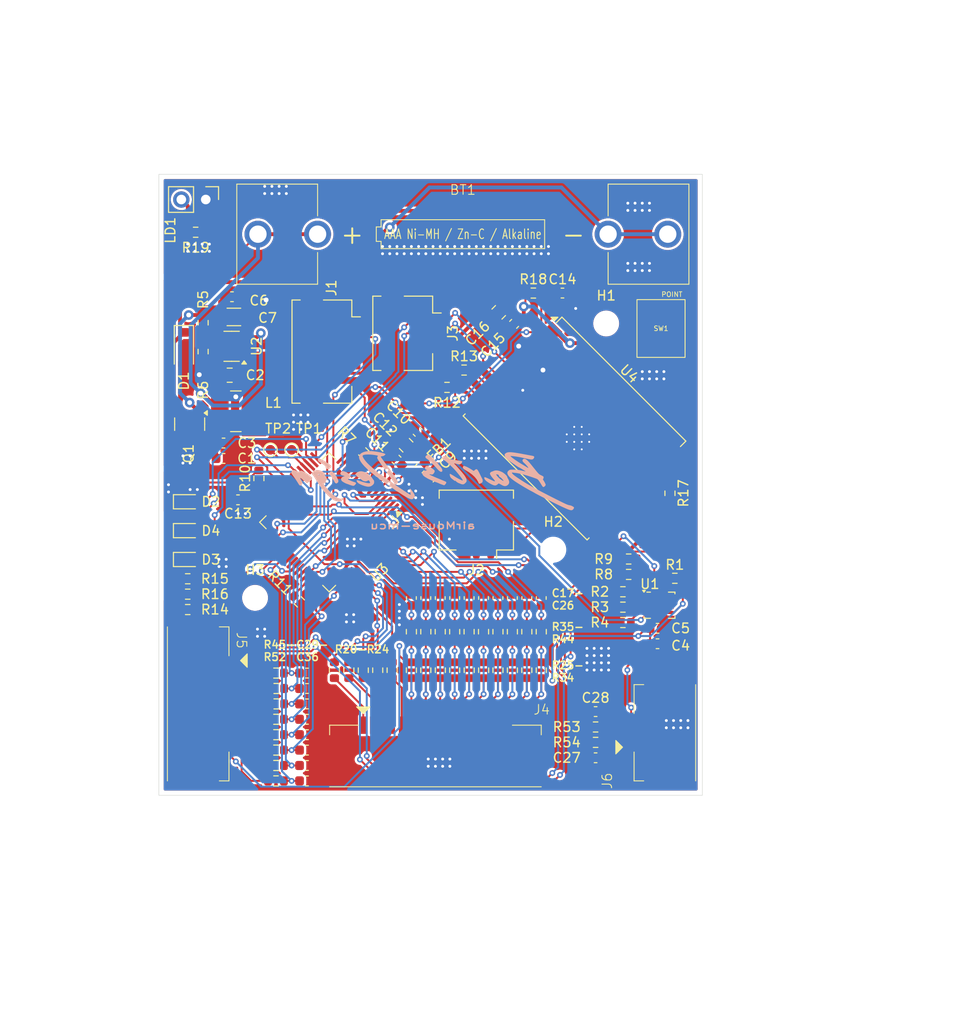
<source format=kicad_pcb>
(kicad_pcb (version 20241229) (generator "pcbnew") (generator_version "9.0")
  (title_block (title "EtherPointer mcu") (date "2025-02-15") (rev "RC1") (company "Bart's Design") (comment 1 "Bartosz Pracz"))
  (layers (0 "F.Cu" signal) (2 "B.Cu" signal) (13 "F.Paste" user) (15 "B.Paste" user) (5 "F.SilkS" user "F.Silkscreen") (7 "B.SilkS" user "B.Silkscreen") (1 "F.Mask" user) (3 "B.Mask" user) (25 "Edge.Cuts" user))
  (net 0 "")
  (net 1 "+3V3")
  (net 2 "/Keyboard/ROW1")
  (net 3 "/Keyboard/ROW2")
  (net 4 "/Keyboard/COL1")
  (net 5 "/Keyboard/COL2")
  (net 6 "/Keyboard/COL3")
  (net 7 "/Keyboard/COL4")
  (net 8 "/Keyboard/COL5")
  (net 9 "/Keyboard/COL6")
  (net 10 "/Keyboard/COL7")
  (net 11 "/Keyboard/COL8")
  (net 12 "/Keyboard/KEY_ROW3")
  (net 13 "/Keyboard/COL9")
  (net 14 "/Keyboard/KEY_ROW2")
  (net 15 "/Keyboard/KEY_ROW4")
  (net 16 "/Keyboard/KEY_ROW5")
  (net 17 "/Keyboard/KEY_ROW1")
  (net 18 "/Keyboard/COL10")
  (net 19 "/Keyboard/ROW3")
  (net 20 "/Keyboard/ROW4")
  (net 21 "/Keyboard/ROW5")
  (net 22 "Net-(U3-VREF+)")
  (net 23 "/ADC")
  (net 24 "Net-(D2-K)")
  (net 25 "Net-(D3-K)")
  (net 26 "Net-(D4-K)")
  (net 28 "Net-(U1-CS)")
  (net 29 "Net-(U1-SDO{slash}SA0)")
  (net 30 "Net-(U4-IO8)")
  (net 31 "Net-(U4-IO2)")
  (net 32 "Net-(SW1-A)")
  (net 61 "/mouse/LMB")
  (net 62 "/mouse/MMB")
  (net 63 "/mouse/RMB")
  (net 64 "/mouse/SCRLUP")
  (net 65 "/mouse/SCRLDN")
  (net 66 "/mouse/FWD")
  (net 67 "/mouse/BACK")
  (net 68 "/mouse/DPI")
  (net 69 "/mouse/PRECISION")
  (net 70 "/mouse/HOME")
  (net 71 "/mouse/MOUSE_RB")
  (net 72 "/mouse/MOUSE_MB")
  (net 73 "/mouse/MOUSE_LB")
  (net 74 "/mouse/MOUSE_UP")
  (net 75 "/mouse/MOUSE_DN")
  (net 76 "/mouse/MOUSE_FWD")
  (net 77 "/mouse/MOUSE_BACK")
  (net 78 "/mouse/MOUSE_DPI")
  (net 79 "/mouse/MOUSE_PRC")
  (net 80 "/mouse/MOUSE_HOME")
  (net 83 "/BAT-")
  (net 84 "/BAT+")
  (net 85 "/COL6")
  (net 86 "/COL10")
  (net 87 "/COL9")
  (net 88 "/COL8")
  (net 89 "/COL7")
  (net 90 "/COL5")
  (net 91 "/COL4")
  (net 92 "/COL3")
  (net 93 "/COL2")
  (net 94 "/COL1")
  (net 95 "/ESP_RST")
  (net 96 "/FB")
  (net 97 "GND")
  (net 98 "/SW")
  (net 99 "/CONN")
  (net 100 "/LOW_BAT")
  (net 101 "/AT_MCU_RX")
  (net 102 "/AT_MCU_TX")
  (net 103 "/PRG_ESP_RX")
  (net 104 "/PRG_ESP_TX")
  (net 105 "/RST")
  (net 106 "/SWDCLK")
  (net 107 "/SWDIO")
  (net 108 "Net-(LD1-A)")
  (net 109 "/SDA")
  (net 110 "/SCL")
  (net 111 "/STBY")
  (net 112 "/ESP_BOOT")
  (net 113 "/GYRO_INT")
  (net 114 "/SCX")
  (net 115 "/SDX")
  (net 116 "/DBG_TX")
  (net 117 "/DBR_RX")
  (footprint "Capacitor_SMD:C_0603_1608Metric" (layer "F.Cu") (at 133.75 124.018599 90)
    (property "Reference" "C22" (hide yes))
    (property "Value" "100n")
  )
  (footprint "Resistor_SMD:R_0603_1608Metric" (layer "F.Cu") (at 129.26 131.518599 -90)
    (property "Reference" "R32" (hide yes))
    (property "Value" "10k")
  )
  (footprint "airMouseLib:TL3315NF100Q" (layer "F.Cu") (at 152.2 96.018599)
    (property "Reference" "SW1")
    (property "Value" "KEY")
  )
  (footprint "Resistor_SMD:R_0603_1608Metric" (layer "F.Cu") (at 153.129325 113.137264 90)
    (property "Reference" "R17")
    (property "Value" "10k")
  )
  (footprint "Resistor_SMD:R_0603_1608Metric" (layer "F.Cu") (at 139.75 131.518599 -90)
    (property "Reference" "R25" (hide yes))
    (property "Value" "10k")
  )
  (footprint "Capacitor_SMD:C_0603_1608Metric" (layer "F.Cu") (at 151.8375 128.768599)
    (property "Reference" "C4")
    (property "Value" "100n")
  )
  (footprint "airMouseLib:L_Ferrocore_DLG-0403" (layer "F.Cu") (at 108 104.618599)
    (property "Reference" "L1")
    (property "Value" "4u7")
  )
  (footprint "Resistor_SMD:R_0603_1608Metric" (layer "F.Cu") (at 136.75 131.518599 -90)
    (property "Reference" "R27" (hide yes))
    (property "Value" "10k")
  )
  (footprint "Resistor_SMD:R_0603_1608Metric" (layer "F.Cu") (at 112.175 136.618599)
    (property "Reference" "R49" (hide yes))
    (property "Value" "10k")
  )
  (footprint "Resistor_SMD:R_0603_1608Metric" (layer "F.Cu") (at 133.75 127.518599 90)
    (property "Reference" "R39" (hide yes))
    (property "Value" "10k")
  )
  (footprint "Resistor_SMD:R_0603_1608Metric" (layer "F.Cu") (at 135.25 131.518599 -90)
    (property "Reference" "R28" (hide yes))
    (property "Value" "10k")
  )
  (footprint "airMouseLib:BC-0401" (layer "F.Cu") (at 131.6 86.218599)
    (property "Reference" "BT1")
    (property "Value" "BC-0401")
  )
  (footprint "Resistor_SMD:R_0603_1608Metric" (layer "F.Cu") (at 148.2375 126.568599 180)
    (property "Reference" "R4")
    (property "Value" "0R")
  )
  (footprint "Resistor_SMD:R_0603_1608Metric" (layer "F.Cu") (at 127.75 131.518599 -90)
    (property "Reference" "R33" (hide yes))
    (property "Value" "10k")
  )
  (footprint "Resistor_SMD:R_0603_1608Metric" (layer "F.Cu") (at 103.825 86.018599)
    (property "Reference" "R19")
    (property "Value" "0R")
  )
  (footprint "Resistor_SMD:R_0603_1608Metric" (layer "F.Cu") (at 129.25 127.518599 90)
    (property "Reference" "R42" (hide yes))
    (property "Value" "10k")
  )
  (footprint "Resistor_SMD:R_0603_1608Metric" (layer "F.Cu") (at 145.4 137.418599 180)
    (property "Reference" "R53")
    (property "Value" "10k")
  )
  (footprint "Resistor_SMD:R_0603_1608Metric" (layer "F.Cu") (at 112.175 139.818599)
    (property "Reference" "R47" (hide yes))
    (property "Value" "10k")
  )
  (footprint "Resistor_SMD:R_0603_1608Metric" (layer "F.Cu") (at 121.303286 108.947547 -45)
    (property "Reference" "R7")
    (property "Value" "10k")
  )
  (footprint "Capacitor_SMD:C_0603_1608Metric" (layer "F.Cu") (at 129.25 124.018599 90)
    (property "Reference" "C19" (hide yes))
    (property "Value" "100n")
  )
  (footprint "Resistor_SMD:R_0603_1608Metric" (layer "F.Cu") (at 131.729325 100.337264)
    (property "Reference" "R13")
    (property "Value" "10k")
  )
  (footprint "Capacitor_SMD:C_0603_1608Metric" (layer "F.Cu") (at 128.25 111.5 45)
    (property "Reference" "C9")
    (property "Value" "100n")
  )
  (footprint "RF_Module:ESP32-C3-WROOM-02U" (layer "F.Cu") (at 143.029325 106.587264 -45)
    (property "Reference" "U4")
    (property "Value" "ESP32-C3-WROOM-02U")
  )
  (footprint "Capacitor_SMD:C_0603_1608Metric" (layer "F.Cu") (at 115.4 133.418599)
    (property "Reference" "C30" (hide yes))
    (property "Value" "100n")
  )
  (footprint "Capacitor_SMD:C_0603_1608Metric" (layer "F.Cu") (at 145.4 140.618599)
    (property "Reference" "C27")
    (property "Value" "100n")
  )
  (footprint "Capacitor_SMD:C_0603_1608Metric" (layer "F.Cu") (at 115.4 131.818599)
    (property "Reference" "C29" (hide yes))
    (property "Value" "100n")
  )
  (footprint "Resistor_SMD:R_0603_1608Metric" (layer "F.Cu") (at 130.75 127.518599 90)
    (property "Reference" "R41" (hide yes))
    (property "Value" "10k")
  )
  (footprint "Capacitor_SMD:C_0603_1608Metric" (layer "F.Cu") (at 106.725 109.518599)
    (property "Reference" "C1")
    (property "Value" "1u")
  )
  (footprint "Resistor_SMD:R_0603_1608Metric" (layer "F.Cu") (at 148.8375 121.568599)
    (property "Reference" "R8")
    (property "Value" "4k7")
  )
  (footprint "Resistor_SMD:R_0603_1608Metric" (layer "F.Cu") (at 103 122.018599)
    (property "Reference" "R15")
    (property "Value" "2k2")
  )
  (footprint "Resistor_SMD:R_0603_1608Metric" (layer "F.Cu") (at 132.26 131.518599 -90)
    (property "Reference" "R30" (hide yes))
    (property "Value" "10k")
  )
  (footprint "Resistor_SMD:R_0603_1608Metric" (layer "F.Cu") (at 132.25 127.518599 90)
    (property "Reference" "R40" (hide yes))
    (property "Value" "10k")
  )
  (footprint "Resistor_SMD:R_0603_1608Metric" (layer "F.Cu") (at 112.2 135.018599)
    (property "Reference" "R50" (hide yes))
    (property "Value" "10k")
  )
  (footprint "airMouseLib:JST_ZH_S3B-ZR-SM4A-TF_1x03-1MP_P1.50mm_Horizontal" (layer "F.Cu") (at 126.35 96.518599 -90)
    (property "Reference" "J3")
    (property "Value" "AT")
  )
  (footprint "Capacitor_SMD:C_0603_1608Metric" (layer "F.Cu") (at 106.725 107.918599)
    (property "Reference" "C3")
    (property "Value" "100n")
  )
  (footprint "Capacitor_SMD:C_0603_1608Metric" (layer "F.Cu") (at 127.75 124.018599 90)
    (property "Reference" "C18" (hide yes))
    (property "Value" "100n")
  )
  (footprint "Resistor_SMD:R_0603_1608Metric" (layer "F.Cu") (at 126.25 131.518599 -90)
    (property "Reference" "R34" (hide yes))
    (property "Value" "10k")
  )
  (footprint "Resistor_SMD:R_0603_1608Metric" (layer "F.Cu") (at 148.8375 119.968599)
    (property "Reference" "R9")
    (property "Value" "4k7")
  )
  (footprint "Capacitor_SMD:C_0603_1608Metric" (layer "F.Cu") (at 108.225 113.818599 180)
    (property "Reference" "C13")
    (property "Value" "100n")
  )
  (footprint "airMouseLib:DS1020-07-10VBT1A-R" (layer "F.Cu") (at 107.2875 135.018599 -90)
    (property "Reference" "J5")
    (property "Value" "DS1020-07-10VBT1A-R")
  )
  (footprint "airMouseLib:DS1020-07-16VBT1A-R" (layer "F.Cu") (at 128.75 137.231099)
    (property "Reference" "J4")
    (property "Value" "DS1020-07-16VBT1A-R")
  )
  (footprint "Resistor_SMD:R_0603_1608Metric" (layer "F.Cu") (at 135.25 127.518599 90)
    (property "Reference" "R38" (hide yes))
    (property "Value" "10k")
  )
  (footprint "Capacitor_SMD:C_0603_1608Metric" (layer "F.Cu") (at 139.75 124.018599 90)
    (property "Reference" "C26" (hide yes))
    (property "Value" "100n")
  )
  (footprint "Resistor_SMD:R_0603_1608Metric" (layer "F.Cu") (at 121.25 131.518599 -90)
    (property "Reference" "R22" (hide yes))
    (property "Value" "100R")
  )
  (footprint "Resistor_SMD:R_0603_1608Metric" (layer "F.Cu") (at 112.175 143.018599)
    (property "Reference" "R45" (hide yes))
    (property "Value" "10k")
  )
  (footprint "Capacitor_SMD:C_0805_2012Metric" (layer "F.Cu") (at 125.703286 108.147547 135)
    (property "Reference" "C12")
    (property "Value" "4u7")
  )
  (footprint "LED_SMD:LED_0603_1608Metric" (layer "F.Cu") (at 103 120.018599)
    (property "Reference" "D3")
    (property "Value" "LOW_BAT")
  )
  (footprint "Resistor_SMD:R_0603_1608Metric" (layer "F.Cu") (at 138.25 131.518599 -90)
    (property "Reference" "R26" (hide yes))
    (property "Value" "10k")
  )
  (footprint "Resistor_SMD:R_0603_1608Metric" (layer "F.Cu") (at 130.75 131.518599 -90)
    (property "Reference" "R31" (hide yes))
    (property "Value" "10k")
  )
  (footprint "Resistor_SMD:R_0603_1608Metric" (layer "F.Cu") (at 148.2375 123.368599 180)
    (property "Reference" "R2")
    (property "Value" "10k")
  )
  (footprint "Resistor_SMD:R_0603_1608Metric" (layer "F.Cu") (at 145.4 139.018599 180)
    (property "Reference" "R54")
    (property "Value" "10k")
  )
  (footprint "Resistor_SMD:R_0603_1608Metric" (layer "F.Cu") (at 148.2375 124.968599 180)
    (property "Reference" "R3")
    (property "Value" "0R")
  )
  (footprint "Package_TO_SOT_SMD:SOT-23" (layer "F.Cu") (at 103.2 105.956099 -90)
    (property "Reference" "Q1")
    (property "Value" "IRLML6346")
  )
  (footprint "Resistor_SMD:R_0603_1608Metric" (layer "F.Cu") (at 114.6 124.418599 -45)
    (property "Reference" "R11")
    (property "Value" "10k")
  )
  (footprint "Resistor_SMD:R_0603_1608Metric" (layer "F.Cu") (at 103 123.618599)
    (property "Reference" "R16")
    (property "Value" "2k2")
  )
  (footprint "Capacitor_SMD:C_1206_3216Metric" (layer "F.Cu") (at 107.8 94.818599)
    (property "Reference" "C7")
    (property "Value" "10u")
  )
  (footprint "Capacitor_SMD:C_0603_1608Metric" (layer "F.Cu") (at 115.4 138.218599)
    (property "Reference" "C33" (hide yes))
    (property "Value" "100n")
  )
  (footprint "Resistor_SMD:R_0603_1608Metric" (layer "F.Cu") (at 133.76 131.518599 -90)
    (property "Reference" "R29" (hide yes))
    (property "Value" "10k")
  )
  (footprint "Resistor_SMD:R_0603_1608Metric" (layer "F.Cu") (at 103 125.218599)
    (property "Reference" "R14")
    (property "Value" "2k2")
  )
  (footprint "Diode_SMD:D_SOD-123" (layer "F.Cu") (at 102.6 98.068599 -90)
    (property "Reference" "D1")
    (property "Value" "MBR0530")
  )
  (footprint "Resistor_SMD:R_0603_1608Metric" (layer "F.Cu") (at 129.954325 102.137264)
    (property "Reference" "R12")
    (property "Value" "10k")
  )
  (footprint "airMouseLib:DS1020-07-4VBT1A-R" (layer "F.Cu") (at 149.4 138.018599 90)
    (property "Reference" "J6")
    (property "Value" "DS1020-07-4VBT1A-R")
  )
  (footprint "Resistor_SMD:R_0603_1608Metric" (layer "F.Cu") (at 110.4 111.593599 90)
    (property "Reference" "R10")
    (property "Value" "1k")
  )
  (footprint "Package_TO_SOT_SMD:SOT-23-6" (layer "F.Cu") (at 107.5625 97.868599 180)
    (property "Reference" "U2")
    (property "Value" "MCP1640CT-I/CHY")
  )
  (footprint "Resistor_SMD:R_0603_1608Metric" (layer "F.Cu") (at 122.75 131.518599 -90)
    (property "Reference" "R21" (hide yes))
    (property "Value" "100R")
  )
  (footprint "Resistor_SMD:R_0603_1608Metric" (layer "F.Cu") (at 119.75 131.518599 -90)
    (property "Reference" "R23" (hide yes))
    (property "Value" "100R")
  )
  (footprint "Capacitor_SMD:C_0603_1608Metric" (layer "F.Cu") (at 136.75 124.018599 90)
    (property "Reference" "C24" (hide yes))
    (property "Value" "100n")
  )
  (footprint "Resistor_SMD:R_0603_1608Metric" (layer "F.Cu") (at 112.175 138.218599)
    (property "Reference" "R48" (hide yes))
    (property "Value" "10k")
  )
  (footprint "Resistor_SMD:R_0603_1608Metric" (layer "F.Cu") (at 112.2 133.418599)
    (property "Reference" "R51" (hide yes))
    (property "Value" "10k")
  )
  (footprint "Capacitor_SMD:C_0603_1608Metric" (layer "F.Cu") (at 145.4 135.818599)
    (property "Reference" "C28")
    (property "Value" "100n")
  )
  (footprint "Capacitor_SMD:C_0603_1608Metric" (layer "F.Cu") (at 136.929325 95.537264 -135)
    (property "Reference" "C15")
    (property "Value" "100n")
  )
  (footprint "Capacitor_SMD:C_0603_1608Metric" (layer "F.Cu") (at 135.25 124.018599 90)
    (property "Reference" "C23" (hide yes))
    (property "Value" "100n")
  )
  (footprint "Capacitor_SMD:C_0805_2012Metric" (layer "F.Cu") (at 135.329325 94.337264 -135)
    (property "Reference" "C16")
    (property "Value" "10u")
  )
  (footprint "Resistor_SMD:R_0603_1608Metric" (layer "F.Cu") (at 138.25 127.518599 90)
    (property "Reference" "R36" (hide yes))
    (property "Value" "10k")
  )
  (footprint "Resistor_SMD:R_0603_1608Metric" (layer "F.Cu") (at 104.6 95.418599 -90)
    (property "Reference" "R5")
    (property "Value" "976k")
  )
  (footprint "MountingHole:MountingHole_2.2mm_M2_ISO14580" (layer "F.Cu") (at 141 119)
    (property "Reference" "H2")
    (property "Value" "MountingHole")
  )
  (footprint "Capacitor_SMD:C_0603_1608Metric" (layer "F.Cu") (at 124.703286 109.647547 135)
    (property "Reference" "C11")
    (property "Value" "100n")
  )
  (footprint "Capacitor_SMD:C_0603_1608Metric" (layer "F.Cu") (at 115.4 135.018599)
    (property "Reference" "C31" (hide yes))
    (property "Value" "100n")
  )
  (footprint "Capacitor_SMD:C_0603_1608Metric" (layer "F.Cu") (at 126.903286 106.747547 135)
    (property "Reference" "C10")
    (property "Value" "1u")
  )
  (footprint "Resistor_SMD:R_0603_1608Metric" (layer "F.Cu") (at 139.75 127.518599 90)
    (property "Reference" "R35" (hide yes))
    (property "Value" "10k")
  )
  (footprint "Resistor_SMD:R_0603_1608Metric" (layer "F.Cu") (at 104.6 98.418599 -90)
    (property "Reference" "R6")
    (property "Value" "562k")
  )
  (footprint "Connector_PinHeader_2.54mm:PinHeader_1x02_P2.54mm_Vertical" (layer "F.Cu") (at 104.875 82.618599 -90)
    (property "Reference" "LD1")
    (property "Value" "70115420")
  )
  (footprint "Package_QFP:LQFP-64_10x10mm_P0.5mm" (layer "F.Cu") (at 117.703286 116.147547 -135)
    (property "Reference" "U3")
    (property "Value" "STM32G071RBTx")
  )
  (footprint "Resistor_SMD:R_0603_1608Metric" (layer "F.Cu") (at 124.25 131.518599 -90)
    (property "Reference" "R20" (hide yes))
    (property "Value" "100R")
  )
  (footprint "TestPoint:TestPoint_Pad_D1.0mm" (layer "F.Cu") (at 111.6 108.618599 -90)
    (property "Reference" "TP2")
    (property "Value" "DBG_RX")
  )
  (footprint "TestPoint:TestPoint_Pad_D1.0mm" (layer "F.Cu") (at 113.8 108.618599 -90)
    (property "Reference" "TP1")
    (property "Value" "DBG_TX")
  )
  (footprint "Capacitor_SMD:C_0805_2012Metric" (layer "F.Cu") (at 107.3625 100.868599)
    (property "Reference" "C2")
    (property "Value" "4u7")
  )
  (footprint "Capacitor_SMD:C_0603_1608Metric" (layer "F.Cu") (at 127.103286 110.547547 -135)
    (property "Reference" "FB1")
    (property "Value" "600R @ 100M")
  )
  (footprint "Resistor_SMD:R_0603_1608Metric" (layer "F.Cu") (at 153.6375 121.968599 180)
    (property "Reference" "R1")
    (property "Value" "10k")
  )
  (footprint "LED_SMD:LED_0603_1608Metric" (layer "F.Cu") (at 103 117.018599)
    (property "Reference" "D4")
    (property "Value" "STBY")
  )
  (footprint "Resistor_SMD:R_0603_1608Metric" (layer "F.Cu") (at 136.75 127.518599 90)
    (property "Reference" "R37" (hide yes))
    (property "Value" "10k")
  )
  (footprint "Capacitor_SMD:C_0603_1608Metric" (layer "F.Cu") (at 115.4 136.618599)
    (property "Reference" "C32" (hide yes))
    (property "Value" "100n")
  )
  (footprint "Capacitor_SMD:C_0603_1608Metric" (layer "F.Cu") (at 115.4 141.418599)
    (property "Reference" "C35" (hide yes))
    (property "Value" "100n")
  )
  (footprint "Capacitor_SMD:C_0603_1608Metric" (layer "F.Cu") (at 126.25 124.018599 90)
    (property "Reference" "C17" (hide yes))
    (property "Value" "100n")
  )
  (footprint "Resistor_SMD:R_0603_1608Metric" (layer "F.Cu") (at 138.929325 92.337264)
    (property "Reference" "R18")
    (property "Value" "10k")
  )
  (footprint "Capacitor_SMD:C_0603_1608Metric" (layer "F.Cu") (at 151.8375 127.168599)
    (property "Reference" "C5")
    (property "Value" "100n")
  )
  (footprint "Package_LGA:LGA-14_3x2.5mm_P0.5mm_LayoutBorder3x4y" (layer "F.Cu") (at 152.0375 124.768599)
    (property "Reference" "U1")
    (property "Value" "LSM6DS3TR-C")
  )
  (footprint "Resistor_SMD:R_0603_1608Metric" (layer "F.Cu") (at 112.175 141.418599)
    (property "Reference" "R46" (hide yes))
    (property "Value" "10k")
  )
  (footprint "Resistor_SMD:R_0603_1608Metric" (layer "F.Cu") (at 126.25 127.518599 90)
    (property "Reference" "R44" (hide yes))
    (property "Value" "10k")
  )
  (footprint "airMouseLib:JST_ZH_S5B-ZR-SM4A-TF_1x05-1MP_P1.50mm_Horizontal" (layer "F.Cu") (at 117.95 98.418599 -90)
    (property "Reference" "J1")
    (property "Value" "MCU_PRG")
  )
  (footprint "MountingHole:MountingHole_2.2mm_M2_ISO14580" (layer "F.Cu") (at 146.5 95.497279)
    (property "Reference" "H1")
    (property "Value" "MountingHole")
  )
  (footprint "Resistor_SMD:R_0603_1608Metric" (layer "F.Cu") (at 118.25 131.518599 -90)
    (property "Reference" "R24" (hide yes))
    (property "Value" "100R")
  )
  (footprint "MountingHole:MountingHole_2.2mm_M2_ISO14580" (layer "F.Cu") (at 110 124)
    (property "Reference" "H3")
    (property "Value" "MountingHole")
  )
  (footprint "LED_SMD:LED_0603_1608Metric" (layer "F.Cu") (at 103 114.018599)
    (property "Reference" "D2")
    (property "Value" "BT")
  )
  (footprint "Capacitor_SMD:C_0603_1608Metric" (layer "F.Cu") (at 115.4 139.818599)
    (property "Reference" "C34" (hide yes))
    (property "Value" "100n")
  )
  (footprint "Capacitor_SMD:C_0603_1608Metric" (layer "F.Cu") (at 130.75 124.018599 90)
    (property "Reference" "C20" (hide yes))
    (property "Value" "100n")
  )
  (footprint "Resistor_SMD:R_0603_1608Metric" (layer "F.Cu") (at 127.75 127.518599 90)
    (property "Reference" "R43" (hide yes))
    (property "Value" "10k")
  )
  (footprint "Capacitor_SMD:C_0603_1608Metric" (layer "F.Cu") (at 132.25 124.018599 90)
    (property "Reference" "C21" (hide yes))
    (property "Value" "100n")
  )
  (footprint "Capacitor_SMD:C_0603_1608Metric" (layer "F.Cu") (at 138.25 124.018599 90)
    (property "Reference" "C25" (hide yes))
    (property "Value" "100n")
  )
  (footprint "Capacitor_SMD:C_0603_1608Metric" (layer "F.Cu") (at 107.6 92.718599)
    (property "Reference" "C6")
    (property "Value" "100n")
  )
  (footprint "Capacitor_SMD:C_0603_1608Metric" (layer "F.Cu") (at 141.954325 92.337264)
    (property "Reference" "C14")
    (property "Value" "1u")
  )
  (footprint "Capacitor_SMD:C_0603_1608Metric" (layer "F.Cu") (at 115.4 143.018599)
    (property "Reference" "C36" (hide yes))
    (property "Value" "100n")
  )
  (footprint "airMouseLib:JST_ZH_S3B-ZR-SM4A-TF_1x03-1MP_P1.50mm_Horizontal" (layer "F.Cu") (at 133 116.918599 180)
    (property "Reference" "J2")
    (property "Value" "RADIO_PRG")
  )
  (footprint "Resistor_SMD:R_0603_1608Metric" (layer "F.Cu") (at 112.175 131.818599)
    (property "Reference" "R52" (hide yes))
    (property "Value" "10k")
  )
  (footprint "airMouseLib:Bart's Design 30mm" (layer "B.Cu") (at 128.303286 111.747547 180)
    (property "Reference" "Logo1" (hide yes))
    (property "Value" "~" (hide yes))
  )
  (gr_rect (start 100 80) (end 156.5 144.518599) (stroke (width 0.05)) (fill no) (layer "Edge.Cuts"))
  (gr_text "R20-R24" (at 118.2 129.818599 0) (layer "F.SilkS") (effects (font (size 0.8 0.8)) (justify left bottom)))
  (gr_text "C29-\nC36" (at 114.2 130.618599 0) (layer "F.SilkS") (effects (font (size 0.8 0.8)) (justify left bottom)))
  (gr_text "R45-\nR52" (at 110.8 130.618599 0) (layer "F.SilkS") (effects (font (size 0.8 0.8)) (justify left bottom)))
  (gr_text "R35-\nR44" (at 140.75 128.768599 0) (layer "F.SilkS") (effects (font (size 0.8 0.8)) (justify left bottom)))
  (gr_text "C17-\nC26" (at 140.75 125.268599 0) (layer "F.SilkS") (effects (font (size 0.8 0.8)) (justify left bottom)))
  (gr_text "R25-\nR34" (at 140.75 132.768599 0) (layer "F.SilkS") (effects (font (size 0.8 0.8)) (justify left bottom)))
  (gr_text "airMouse-mcu" (at 133 116.918599 0) (layer "B.SilkS") (effects (font (size 0.7 1)) (justify left bottom mirror)))
  (segment (start 148.7875 119.193599) (end 151.6875 119.193599) (width 0.2) (layer "F.Cu") (net 1))
  (segment (start 154.4625 124.619031) (end 154.4625 121.968599) (width 0.2) (layer "F.Cu") (net 1))
  (segment (start 125.693599 130.693599) (end 126.25 130.693599) (width 0.2) (layer "F.Cu") (net 1))
  (segment (start 151.5375 125.681099) (end 151.5375 126.693599) (width 0.2) (layer "F.Cu") (net 1))
  (segment (start 125 130) (end 125.693599 130.693599) (width 0.2) (layer "F.Cu") (net 1))
  (segment (start 129.129325 105.617524) (end 127.451294 107.295555) (width 0.4) (layer "F.Cu") (net 1))
  (segment (start 153.129325 113.962264) (end 153.129325 114.851774) (width 0.4) (layer "F.Cu") (net 1))
  (segment (start 126.375037 108.819298) (end 126.471053 108.819298) (width 0.2) (layer "F.Cu") (net 1))
  (segment (start 125.251294 110.195555) (end 125.251294 109.943041) (width 0.3) (layer "F.Cu") (net 1))
  (segment (start 129.129325 102.112264) (end 130.904325 100.337264) (width 0.4) (layer "F.Cu") (net 1))
  (segment (start 153.562932 125.518599) (end 154.4625 124.619031) (width 0.2) (layer "F.Cu") (net 1))
  (segment (start 123.471052 112.147547) (end 123.903286 112.147547) (width 0.2) (layer "F.Cu") (net 1))
  (segment (start 107.2875 140.2875) (end 108 141) (width 0.2) (layer "F.Cu") (net 1))
  (segment (start 125.251294 110.195555) (end 125.251294 110.296595) (width 0.3) (layer "F.Cu") (net 1))
  (segment (start 120.719923 108.364184) (end 123.799852 105.284255) (width 0.3) (layer "F.Cu") (net 1))
  (segment (start 107.2875 139.518599) (end 107.2875 140.2875) (width 0.2) (layer "F.Cu") (net 1))
  (segment (start 125.251294 109.943041) (end 126.375037 108.819298) (width 0.3) (layer "F.Cu") (net 1))
  (segment (start 103.1 94.618599) (end 104.575 94.618599) (width 0.4) (layer "F.Cu") (net 1))
  (segment (start 154.707678 108.578254) (end 154.707678 112.383911) (width 0.4) (layer "F.Cu") (net 1))
  (segment (start 148.7 131.131099) (end 148.7 131.5) (width 0.2) (layer "F.Cu") (net 1))
  (segment (start 153.95 98.243599) (end 153.95 101.95) (width 0.4) (layer "F.Cu") (net 1))
  (segment (start 151.5375 126.693599) (end 151.0625 127.168599) (width 0.2) (layer "F.Cu") (net 1))
  (segment (start 142.464606 97.537264) (end 141.084781 96.157439) (width 0.4) (layer "F.Cu") (net 1))
  (segment (start 136.001076 93.665513) (end 136.15359 93.665513) (width 0.4) (layer "F.Cu") (net 1))
  (segment (start 137.477333 94.989256) (end 137.929325 94.537264) (width 0.4) (layer "F.Cu") (net 1))
  (segment (start 107.4375 97.279861) (end 107.4375 95.931099) (width 0.3) (layer "F.Cu") (net 1))
  (segment (start 127.451294 107.295555) (end 127.451294 107.743041) (width 0.3) (layer "F.Cu") (net 1))
  (segment (start 148.0125 119.968599) (end 148.7875 119.193599) (width 0.2) (layer "F.Cu") (net 1))
  (segment (start 153.95 101.95) (end 151.014712 104.885288) (width 0.4) (layer "F.Cu") (net 1))
  (segment (start 127.451294 106.095555) (end 127.451294 107.295555) (width 0.3) (layer "F.Cu") (net 1))
  (segment (start 122.903286 111.301101) (end 122.903286 110.947547) (width 0.2) (layer "F.Cu") (net 1))
  (segment (start 153.2 125.518599) (end 153.562932 125.518599) (width 0.2) (layer "F.Cu") (net 1))
  (segment (start 121.892894 112.311493) (end 122.903286 111.301101) (width 0.2) (layer "F.Cu") (net 1))
  (segment (start 119.6 91.843599) (end 107.7 91.843599) (width 0.4) (layer "F.Cu") (net 1))
  (segment (start 129.129325 102.137264) (end 129.129325 105.617524) (width 0.4) (layer "F.Cu") (net 1))
  (segment (start 138.104325 93.562264) (end 137.929325 93.737264) (width 0.2) (layer "F.Cu") (net 1))
  (segment (start 122.6 113.018599) (end 123.471052 112.147547) (width 0.2) (layer "F.Cu") (net 1))
  (segment (start 138.104325 92.337264) (end 138.104325 93.562264) (width 0.2) (layer "F.Cu") (net 1))
  (segment (start 130.904325 97.171272) (end 134.410084 93.665513) (width 0.4) (layer "F.Cu") (net 1))
  (segment (start 134.410084 93.665513) (end 136.001076 93.665513) (width 0.4) (layer "F.Cu") (net 1))
  (segment (start 151.0625 128.768599) (end 148.7 131.131099) (width 0.2) (layer "F.Cu") (net 1))
  (segment (start 129.129325 102.137264) (end 129.129325 102.112264) (width 0.4) (layer "F.Cu") (net 1))
  (segment (start 104.15 104.668599) (end 103.2 103.718599) (width 0.4) (layer "F.Cu") (net 1))
  (segment (start 150.6375 127.168599) (end 149.8375 127.968599) (width 0.2) (layer "F.Cu") (net 1))
  (segment (start 137.929325 94.537264) (end 137.929325 93.737264) (width 0.4) (layer "F.Cu") (net 1))
  (segment (start 149.1 135.4) (end 149.1 136.218599) (width 0.2) (layer "F.Cu") (net 1))
  (segment (start 143.666688 97.537264) (end 151.014712 104.885288) (width 0.4) (layer "F.Cu") (net 1))
  (segment (start 134.179162 91.843599) (end 119.6 91.843599) (width 0.4) (layer "F.Cu") (net 1))
  (segment (start 136.15359 93.665513) (end 137.477333 94.989256) (width 0.4) (layer "F.Cu") (net 1))
  (segment (start 126.25 130.693599) (end 139.75 130.693599) (width 0.2) (layer "F.Cu") (net 1))
  (segment (start 106.325 93.218599) (end 106.825 92.718599) (width 0.3) (layer "F.Cu") (net 1))
  (segment (start 123.799852 105.284255) (end 126.639994 105.284255) (width 0.3) (layer "F.Cu") (net 1))
  (segment (start 151.014712 104.885288) (end 154.707678 108.578254) (width 0.4) (layer "F.Cu") (net 1))
  (segment (start 107.7 91.843599) (end 106.825 92.718599) (width 0.4) (layer "F.Cu") (net 1))
  (segment (start 104.15 105.018599) (end 104.15 104.668599) (width 0.4) (layer "F.Cu") (net 1))
  (segment (start 153.95 93.793599) (end 153.95 98.243599) (width 0.4) (layer "F.Cu") (net 1))
  (segment (start 125.251294 110.296595) (end 123.903286 111.644603) (width 0.3) (layer "F.Cu") (net 1))
  (segment (start 106.848762 97.868599) (end 107.4375 97.279861) (width 0.3) (layer "F.Cu") (net 1))
  (segment (start 106.425 97.868599) (end 106.848762 97.868599) (width 0.3) (layer "F.Cu") (net 1))
  (segment (start 130.904325 100.337264) (end 130.904325 97.171272) (width 0.4) (layer "F.Cu") (net 1))
  (segment (start 139.75 130.693599) (end 140.9 131.843599) (width 0.2) (layer "F.Cu") (net 1))
  (segment (start 119.6 95.418599) (end 119.6 91.843599) (width 0.2) (layer "F.Cu") (net 1))
  (segment (start 142.729325 97.537264) (end 143.666688 97.537264) (width 0.4) (layer "F.Cu") (net 1))
  (segment (start 125 129) (end 125 130) (width 0.2) (layer "F.Cu") (net 1))
  (segment (start 151.0625 127.168599) (end 150.6375 127.168599) (width 0.2) (layer "F.Cu") (net 1))
  (segment (start 140.9 131.843599) (end 140.9 132.6) (width 0.2) (layer "F.Cu") (net 1))
  (segment (start 127.451294 107.743041) (end 126.375037 108.819298) (width 0.3) (layer "F.Cu") (net 1))
  (segment (start 136.001076 93.665513) (end 134.179162 91.843599) (width 0.4) (layer "F.Cu") (net 1))
  (segment (start 149.1 136.218599) (end 149.4 136.518599) (width 0.2) (layer "F.Cu") (net 1))
  (segment (start 151.6875 119.193599) (end 154.4625 121.968599) (width 0.2) (layer "F.Cu") (net 1))
  (segment (start 154.707678 112.383911) (end 153.129325 113.962264) (width 0.4) (layer "F.Cu") (net 1))
  (segment (start 151.0625 128.768599) (end 151.0625 127.168599) (width 0.2) (layer "F.Cu") (net 1))
  (segment (start 153.129325 114.851774) (end 148.0125 119.968599) (width 0.4) (layer "F.Cu") (net 1))
  (segment (start 142.729325 97.537264) (end 142.464606 97.537264) (width 0.4) (layer "F.Cu") (net 1))
  (segment (start 107.4375 95.931099) (end 106.325 94.818599) (width 0.3) (layer "F.Cu") (net 1))
  (segment (start 106.325 94.818599) (end 106.225 94.818599) (width 0.4) (layer "F.Cu") (net 1))
  (segment (start 104.575 94.618599) (end 104.6 94.593599) (width 0.4) (layer "F.Cu") (net 1))
  (segment (start 106.325 94.818599) (end 106.325 93.218599) (width 0.3) (layer "F.Cu") (net 1))
  (segment (start 126.639994 105.284255) (end 127.451294 106.095555) (width 0.3) (layer "F.Cu") (net 1))
  (segment (start 148.0125 119.968599) (end 148.0125 121.568599) (width 0.2) (layer "F.Cu") (net 1))
  (segment (start 123.903286 111.644603) (end 123.903286 112.147547) (width 0.3) (layer "F.Cu") (net 1))
  (segment (start 126.471053 108.819298) (end 127.651294 109.999539) (width 0.2) (layer "F.Cu") (net 1))
  (via (at 103.1 94.618599) (size 1) (drill 0.5) (layers "F.Cu" "B.Cu") (net 1))
  (via (at 137.929325 93.737264) (size 1) (drill 0.5) (layers "F.Cu" "B.Cu") (net 1))
  (via (at 140.9 132.6) (size 0.6) (drill 0.3) (layers "F.Cu" "B.Cu") (net 1))
  (via (at 148.7 131.5) (size 0.6) (drill 0.3) (layers "F.Cu" "B.Cu") (net 1))
  (via (at 142.729325 97.537264) (size 1) (drill 0.5) (layers "F.Cu" "B.Cu") (net 1))
  (via (at 103.2 103.718599) (size 1) (drill 0.5) (layers "F.Cu" "B.Cu") (net 1))
  (via (at 108 141) (size 0.6) (drill 0.3) (layers "F.Cu" "B.Cu") (net 1))
  (via (at 123.903286 112.147547) (size 0.6) (drill 0.3) (layers "F.Cu" "B.Cu") (net 1))
  (via (at 154.4625 124.619031) (size 0.6) (drill 0.3) (layers "F.Cu" "B.Cu") (net 1))
  (via (at 122.903286 110.947547) (size 0.6) (drill 0.3) (layers "F.Cu" "B.Cu") (net 1))
  (via (at 149.1 135.4) (size 0.6) (drill 0.3) (layers "F.Cu" "B.Cu") (net 1))
  (via (at 125 129) (size 0.6) (drill 0.3) (layers "F.Cu" "B.Cu") (net 1))
  (via (at 149.8375 127.968599) (size 0.6) (drill 0.3) (layers "F.Cu" "B.Cu") (net 1))
  (segment (start 122.903286 111.147547) (end 123.903286 112.147547) (width 0.2) (layer "B.Cu") (net 1))
  (segment (start 137.929325 93.737264) (end 138.929325 93.737264) (width 0.4) (layer "B.Cu") (net 1))
  (segment (start 124.5 138.4) (end 124.5 138) (width 0.2) (layer "B.Cu") (net 1))
  (segment (start 148.7 135) (end 149.1 135.4) (width 0.2) (layer "B.Cu") (net 1))
  (segment (start 119.281401 143.618599) (end 124.5 138.4) (width 0.2) (layer "B.Cu") (net 1))
  (segment (start 122.903286 110.947547) (end 122.903286 111.147547) (width 0.2) (layer "B.Cu") (net 1))
  (segment (start 140.9 132.6) (end 140.9 129.2) (width 0.2) (layer "B.Cu") (net 1))
  (segment (start 110.618599 143.618599) (end 119.281401 143.618599) (width 0.2) (layer "B.Cu") (net 1))
  (segment (start 138.929325 93.737264) (end 142.729325 97.537264) (width 0.4) (layer "B.Cu") (net 1))
  (segment (start 108 141) (end 110.618599 143.618599) (width 0.2) (layer "B.Cu") (net 1))
  (segment (start 102.2 102.718599) (end 102.2 95.518599) (width 0.4) (layer "B.Cu") (net 1))
  (segment (start 149.8375 127.968599) (end 151.112932 127.968599) (width 0.2) (layer "B.Cu") (net 1))
  (segment (start 124.5 138) (end 125 137.5) (width 0.2) (layer "B.Cu") (net 1))
  (segment (start 140.9 129.2) (end 142.131401 127.968599) (width 0.2) (layer "B.Cu") (net 1))
  (segment (start 102.2 95.518599) (end 103.1 94.618599) (width 0.4) (layer "B.Cu") (net 1))
  (segment (start 148.7 131.5) (end 148.7 135) (width 0.2) (layer "B.Cu") (net 1))
  (segment (start 125 137.5) (end 125 129) (width 0.2) (layer "B.Cu") (net 1))
  (segment (start 103.2 103.718599) (end 102.2 102.718599) (width 0.4) (layer "B.Cu") (net 1))
  (segment (start 142.131401 127.968599) (end 149.8375 127.968599) (width 0.2) (layer "B.Cu") (net 1))
  (segment (start 151.112932 127.968599) (end 154.4625 124.619031) (width 0.2) (layer "B.Cu") (net 1))
  (segment (start 125.25 133.343599) (end 124.25 132.343599) (width 0.2) (layer "F.Cu") (net 2))
  (segment (start 125.25 137.231099) (end 125.25 133.343599) (width 0.2) (layer "F.Cu") (net 2))
  (segment (start 124.25 137.231099) (end 124.25 133.843599) (width 0.2) (layer "F.Cu") (net 3))
  (segment (start 124.25 133.843599) (end 122.75 132.343599) (width 0.2) (layer "F.Cu") (net 3))
  (segment (start 139.75 129.518599) (end 139.75 128.343599) (width 0.2) (layer "F.Cu") (net 4))
  (segment (start 139.75 132.343599) (end 139.75 134.018599) (width 0.2) (layer "F.Cu") (net 4))
  (segment (start 135.25 136.131099) (end 135.3625 136.018599) (width 0.2) (layer "F.Cu") (net 4))
  (segment (start 135.25 137.231099) (end 135.25 136.131099) (width 0.2) (layer "F.Cu") (net 4))
  (segment (start 135.3625 136.018599) (end 137.75 136.018599) (width 0.2) (layer "F.Cu") (net 4))
  (segment (start 137.75 136.018599) (end 139.75 134.018599) (width 0.2) (layer "F.Cu") (net 4))
  (via (at 139.75 134.018599) (size 0.6) (drill 0.3) (layers "F.Cu" "B.Cu") (net 4))
  (via (at 139.75 129.518599) (size 0.6) (drill 0.3) (layers "F.Cu" "B.Cu") (net 4))
  (segment (start 139.75 134.018599) (end 139.75 129.518599) (width 0.2) (layer "B.Cu") (net 4))
  (segment (start 134.25 136.131099) (end 134.7625 135.618599) (width 0.2) (layer "F.Cu") (net 5))
  (segment (start 136.65 135.618599) (end 138.25 134.018599) (width 0.2) (layer "F.Cu") (net 5))
  (segment (start 138.25 129.518599) (end 138.25 128.343599) (width 0.2) (layer "F.Cu") (net 5))
  (segment (start 134.25 137.231099) (end 134.25 136.131099) (width 0.2) (layer "F.Cu") (net 5))
  (segment (start 134.7625 135.618599) (end 136.65 135.618599) (width 0.2) (layer "F.Cu") (net 5))
  (segment (start 138.25 134.018599) (end 138.25 132.343599) (width 0.2) (layer "F.Cu") (net 5))
  (via (at 138.25 129.518599) (size 0.6) (drill 0.3) (layers "F.Cu" "B.Cu") (net 5))
  (via (at 138.25 134.018599) (size 0.6) (drill 0.3) (layers "F.Cu" "B.Cu") (net 5))
  (segment (start 138.25 134.018599) (end 138.25 129.518599) (width 0.2) (layer "B.Cu") (net 5))
  (segment (start 134.1625 135.218599) (end 135.55 135.218599) (width 0.2) (layer "F.Cu") (net 6))
  (segment (start 136.75 134.018599) (end 136.75 132.343599) (width 0.2) (layer "F.Cu") (net 6))
  (segment (start 135.55 135.218599) (end 136.75 134.018599) (width 0.2) (layer "F.Cu") (net 6))
  (segment (start 133.25 136.131099) (end 134.1625 135.218599) (width 0.2) (layer "F.Cu") (net 6))
  (segment (start 136.75 129.518599) (end 136.75 128.343599) (width 0.2) (layer "F.Cu") (net 6))
  (segment (start 133.25 137.231099) (end 133.25 136.131099) (width 0.2) (layer "F.Cu") (net 6))
  (via (at 136.75 129.518599) (size 0.6) (drill 0.3) (layers "F.Cu" "B.Cu") (net 6))
  (via (at 136.75 134.018599) (size 0.6) (drill 0.3) (layers "F.Cu" "B.Cu") (net 6))
  (segment (start 136.75 134.018599) (end 136.75 129.518599) (width 0.2) (layer "B.Cu") (net 6))
  (segment (start 134.45 134.818599) (end 135.25 134.018599) (width 0.2) (layer "F.Cu") (net 7))
  (segment (start 135.25 132.343599) (end 135.25 134.018599) (width 0.2) (layer "F.Cu") (net 7))
  (segment (start 133.7 134.818599) (end 134.45 134.818599) (width 0.2) (layer "F.Cu") (net 7))
  (segment (start 135.25 129.518599) (end 135.25 128.343599) (width 0.2) (layer "F.Cu") (net 7))
  (segment (start 132.25 137.231099) (end 132.25 136.268599) (width 0.2) (layer "F.Cu") (net 7))
  (segment (start 132.25 136.268599) (end 133.7 134.818599) (width 0.2) (layer "F.Cu") (net 7))
  (via (at 135.25 129.518599) (size 0.6) (drill 0.3) (layers "F.Cu" "B.Cu") (net 7))
  (via (at 135.25 134.018599) (size 0.6) (drill 0.3) (layers "F.Cu" "B.Cu") (net 7))
  (segment (start 135.25 134.018599) (end 135.25 129.518599) (width 0.2) (layer "B.Cu") (net 7))
  (segment (start 133.75 129.518599) (end 133.75 128.343599) (width 0.2) (layer "F.Cu") (net 8))
  (segment (start 133.76 132.343599) (end 133.76 134.008599) (width 0.2) (layer "F.Cu") (net 8))
  (segment (start 131.25 136.518599) (end 133.76 134.008599) (width 0.2) (layer "F.Cu") (net 8))
  (segment (start 131.25 137.231099) (end 131.25 136.518599) (width 0.2) (layer "F.Cu") (net 8))
  (via (at 133.75 129.518599) (size 0.6) (drill 0.3) (layers "F.Cu" "B.Cu") (net 8))
  (via (at 133.76 134.008599) (size 0.6) (drill 0.3) (layers "F.Cu" "B.Cu") (net 8))
  (segment (start 133.76 129.528599) (end 133.75 129.518599) (width 0.2) (layer "B.Cu") (net 8))
  (segment (start 133.76 134.008599) (end 133.76 129.528599) (width 0.2) (layer "B.Cu") (net 8))
  (segment (start 132.25 129.518599) (end 132.25 128.343599) (width 0.2) (layer "F.Cu") (net 9))
  (segment (start 130.25 136.018599) (end 132.25 134.018599) (width 0.2) (layer "F.Cu") (net 9))
  (segment (start 132.26 132.343599) (end 132.26 134.008599) (width 0.2) (layer "F.Cu") (net 9))
  (segment (start 130.25 137.231099) (end 130.25 136.018599) (width 0.2) (layer "F.Cu") (net 9))
  (segment (start 132.26 134.008599) (end 132.25 134.018599) (width 0.2) (layer "F.Cu") (net 9))
  (via (at 132.25 129.518599) (size 0.6) (drill 0.3) (layers "F.Cu" "B.Cu") (net 9))
  (via (at 132.25 134.018599) (size 0.6) (drill 0.3) (layers "F.Cu" "B.Cu") (net 9))
  (segment (start 132.25 134.018599) (end 132.25 129.518599) (width 0.2) (layer "B.Cu") (net 9))
  (segment (start 130.75 129.518599) (end 130.75 128.343599) (width 0.2) (layer "F.Cu") (net 10))
  (segment (start 129.25 137.231099) (end 129.25 136.018599) (width 0.2) (layer "F.Cu") (net 10))
  (segment (start 130.75 134.518599) (end 130.75 134.018599) (width 0.2) (layer "F.Cu") (net 10))
  (segment (start 129.25 136.018599) (end 130.75 134.518599) (width 0.2) (layer "F.Cu") (net 10))
  (segment (start 130.75 132.343599) (end 130.75 134.018599) (width 0.2) (layer "F.Cu") (net 10))
  (via (at 130.75 129.518599) (size 0.6) (drill 0.3) (layers "F.Cu" "B.Cu") (net 10))
  (via (at 130.75 134.018599) (size 0.6) (drill 0.3) (layers "F.Cu" "B.Cu") (net 10))
  (segment (start 130.75 134.018599) (end 130.75 129.518599) (width 0.2) (layer "B.Cu") (net 10))
  (segment (start 129.26 134.008599) (end 129.25 134.018599) (width 0.2) (layer "F.Cu") (net 11))
  (segment (start 129.25 134.518599) (end 129.25 134.018599) (width 0.2) (layer "F.Cu") (net 11))
  (segment (start 128.25 137.231099) (end 128.25 135.518599) (width 0.2) (layer "F.Cu") (net 11))
  (segment (start 129.26 132.343599) (end 129.26 134.008599) (width 0.2) (layer "F.Cu") (net 11))
  (segment (start 129.25 129.518599) (end 129.25 128.343599) (width 0.2) (layer "F.Cu") (net 11))
  (segment (start 128.25 135.518599) (end 129.25 134.518599) (width 0.2) (layer "F.Cu") (net 11))
  (via (at 129.25 134.018599) (size 0.6) (drill 0.3) (layers "F.Cu" "B.Cu") (net 11))
  (via (at 129.25 129.518599) (size 0.6) (drill 0.3) (layers "F.Cu" "B.Cu") (net 11))
  (segment (start 129.25 134.018599) (end 129.25 129.518599) (width 0.2) (layer "B.Cu") (net 11))
  (segment (start 121.25 128.25) (end 121.5 128) (width 0.2) (layer "F.Cu") (net 12))
  (segment (start 122.764059 123.502566) (end 122.654141 123.502566) (width 0.2) (layer "F.Cu") (net 12))
  (segment (start 121.25 130.693599) (end 121.25 128.25) (width 0.2) (layer "F.Cu") (net 12))
  (segment (start 122.654141 123.502566) (end 120.54939 121.397815) (width 0.2) (layer "F.Cu") (net 12))
  (segment (start 120.54939 121.397815) (end 120.47868 121.397815) (width 0.2) (layer "F.Cu") (net 12))
  (via (at 122.764059 123.502566) (size 0.6) (drill 0.3) (layers "F.Cu" "B.Cu") (net 12))
  (via (at 121.5 128) (size 0.6) (drill 0.3) (layers "F.Cu" "B.Cu") (net 12))
  (segment (start 121.5 128) (end 122.448529 128) (width 0.2) (layer "B.Cu") (net 12))
  (segment (start 123.3 124.038507) (end 122.764059 123.502566) (width 0.2) (layer "B.Cu") (net 12))
  (segment (start 123.3 127.148529) (end 123.3 124.038507) (width 0.2) (layer "B.Cu") (net 12))
  (segment (start 122.448529 128) (end 123.3 127.148529) (width 0.2) (layer "B.Cu") (net 12))
  (segment (start 127.25 137.231099) (end 127.25 135.018599) (width 0.2) (layer "F.Cu") (net 13))
  (segment (start 127.75 132.343599) (end 127.75 134.018599) (width 0.2) (layer "F.Cu") (net 13))
  (segment (start 127.75 128.343599) (end 127.75 129.518599) (width 0.2) (layer "F.Cu") (net 13))
  (segment (start 127.75 134.518599) (end 127.75 134.018599) (width 0.2) (layer "F.Cu") (net 13))
  (segment (start 127.25 135.018599) (end 127.75 134.518599) (width 0.2) (layer "F.Cu") (net 13))
  (via (at 127.75 129.518599) (size 0.6) (drill 0.3) (layers "F.Cu" "B.Cu") (net 13))
  (via (at 127.75 134.018599) (size 0.6) (drill 0.3) (layers "F.Cu" "B.Cu") (net 13))
  (segment (start 127.75 134.018599) (end 127.75 129.518599) (width 0.2) (layer "B.Cu") (net 13))
  (segment (start 122.7 124.3) (end 122.673759 124.3) (width 0.2) (layer "F.Cu") (net 14))
  (segment (start 122.673759 124.3) (end 120.125127 121.751368) (width 0.2) (layer "F.Cu") (net 14))
  (segment (start 122.75 126.95) (end 122.7 126.9) (width 0.2) (layer "F.Cu") (net 14))
  (segment (start 122.75 130.693599) (end 122.75 126.95) (width 0.2) (layer "F.Cu") (net 14))
  (via (at 122.7 126.9) (size 0.6) (drill 0.3) (layers "F.Cu" "B.Cu") (net 14))
  (via (at 122.7 124.3) (size 0.6) (drill 0.3) (layers "F.Cu" "B.Cu") (net 14))
  (segment (start 122.7 126.9) (end 122.7 124.3) (width 0.2) (layer "B.Cu") (net 14))
  (segment (start 119.75 129.4) (end 120.65 128.5) (width 0.2) (layer "F.Cu") (net 15))
  (segment (start 119.75 130.693599) (end 119.75 129.4) (width 0.2) (layer "F.Cu") (net 15))
  (segment (start 122.487973 122.7) (end 120.832234 121.044261) (width 0.2) (layer "F.Cu") (net 15))
  (segment (start 122.9 122.7) (end 122.487973 122.7) (width 0.2) (layer "F.Cu") (net 15))
  (via (at 122.9 122.7) (size 0.6) (drill 0.3) (layers "F.Cu" "B.Cu") (net 15))
  (via (at 120.65 128.5) (size 0.6) (drill 0.3) (layers "F.Cu" "B.Cu") (net 15))
  (segment (start 120.65 128.5) (end 120.75 128.6) (width 0.2) (layer "B.Cu") (net 15))
  (segment (start 120.75 128.6) (end 122.414215 128.6) (width 0.2) (layer "B.Cu") (net 15))
  (segment (start 122.414215 128.6) (end 123.7 127.314215) (width 0.2) (layer "B.Cu") (net 15))
  (segment (start 123.7 123.5) (end 122.9 122.7) (width 0.2) (layer "B.Cu") (net 15))
  (segment (start 123.7 123.9) (end 123.7 123.5) (width 0.2) (layer "B.Cu") (net 15))
  (segment (start 123.7 127.314215) (end 123.7 123.9) (width 0.2) (layer "B.Cu") (net 15))
  (segment (start 122.76848 121.910883) (end 122.405962 121.910883) (width 0.2) (layer "F.Cu") (net 16))
  (segment (start 118.25 130.693599) (end 118.25 130.05147) (width 0.2) (layer "F.Cu") (net 16))
  (segment (start 118.25 130.05147) (end 119.459899 128.841571) (width 0.2) (layer "F.Cu") (net 16))
  (segment (start 122.405962 121.910883) (end 121.185787 120.690708) (width 0.2) (layer "F.Cu") (net 16))
  (via (at 119.459899 128.841571) (size 0.6) (drill 0.3) (layers "F.Cu" "B.Cu") (net 16))
  (via (at 122.76848 121.910883) (size 0.6) (drill 0.3) (layers "F.Cu" "B.Cu") (net 16))
  (segment (start 124.2 123.151471) (end 123.148529 122.1) (width 0.2) (layer "B.Cu") (net 16))
  (segment (start 119.718328 129.1) (end 122.479901 129.1) (width 0.2) (layer "B.Cu") (net 16))
  (segment (start 122.957597 122.1) (end 122.76848 121.910883) (width 0.2) (layer "B.Cu") (net 16))
  (segment (start 124.2 123.9) (end 124.2 123.151471) (width 0.2) (layer "B.Cu") (net 16))
  (segment (start 119.459899 128.841571) (end 119.718328 129.1) (width 0.2) (layer "B.Cu") (net 16))
  (segment (start 124.2 127.379901) (end 124.2 123.9) (width 0.2) (layer "B.Cu") (net 16))
  (segment (start 123.148529 122.1) (end 122.957597 122.1) (width 0.2) (layer "B.Cu") (net 16))
  (segment (start 122.479901 129.1) (end 124.2 127.379901) (width 0.2) (layer "B.Cu") (net 16))
  (segment (start 120.342497 123.042497) (end 120.342497 122.675846) (width 0.2) (layer "F.Cu") (net 17))
  (segment (start 124.25 126.95) (end 120.342497 123.042497) (width 0.2) (layer "F.Cu") (net 17))
  (segment (start 124.25 130.693599) (end 124.25 126.95) (width 0.2) (layer "F.Cu") (net 17))
  (segment (start 120.342497 122.675846) (end 119.771573 122.104922) (width 0.2) (layer "F.Cu") (net 17))
  (segment (start 126.25 137.231099) (end 126.25 134.018599) (width 0.2) (layer "F.Cu") (net 18))
  (segment (start 126.25 132.343599) (end 126.25 134.018599) (width 0.2) (layer "F.Cu") (net 18))
  (segment (start 126.25 129.518599) (end 126.25 128.343599) (width 0.2) (layer "F.Cu") (net 18))
  (via (at 126.25 129.518599) (size 0.6) (drill 0.3) (layers "F.Cu" "B.Cu") (net 18))
  (via (at 126.25 134.018599) (size 0.6) (drill 0.3) (layers "F.Cu" "B.Cu") (net 18))
  (segment (start 126.25 134.018599) (end 126.25 129.518599) (width 0.2) (layer "B.Cu") (net 18))
  (segment (start 123.25 134.343599) (end 121.25 132.343599) (width 0.2) (layer "F.Cu") (net 19))
  (segment (start 123.25 137.231099) (end 123.25 134.343599) (width 0.2) (layer "F.Cu") (net 19))
  (segment (start 122.25 134.531247) (end 120.062352 132.343599) (width 0.2) (layer "F.Cu") (net 20))
  (segment (start 120.062352 132.343599) (end 119.75 132.343599) (width 0.2) (layer "F.Cu") (net 20))
  (segment (start 122.25 137.231099) (end 122.25 134.531247) (width 0.2) (layer "F.Cu") (net 20))
  (segment (start 121.25 135.343599) (end 118.25 132.343599) (width 0.2) (layer "F.Cu") (net 21))
  (segment (start 121.25 137.231099) (end 121.25 135.343599) (width 0.2) (layer "F.Cu") (net 21))
  (segment (start 126.555278 111.095555) (end 125.555278 111.095555) (width 0.2) (layer "F.Cu") (net 22))
  (segment (start 123.503286 111.408207) (end 122.246447 112.665046) (width 0.2) (layer "F.Cu") (net 22))
  (segment (start 126.555278 111.095555) (end 126.749539 111.095555) (width 0.2) (layer "F.Cu") (net 22))
  (segment (start 123.503286 110.947547) (end 123.503286 111.408207) (width 0.2) (layer "F.Cu") (net 22))
  (segment (start 126.749539 111.095555) (end 127.701992 112.048008) (width 0.2) (layer "F.Cu") (net 22))
  (segment (start 123.703286 110.747547) (end 123.503286 110.947547) (width 0.2) (layer "F.Cu") (net 22))
  (segment (start 125.555278 111.095555) (end 124.903286 111.747547) (width 0.2) (layer "F.Cu") (net 22))
  (via (at 124.903286 111.747547) (size 0.6) (drill 0.3) (layers "F.Cu" "B.Cu") (net 22))
  (via (at 123.703286 110.747547) (size 0.6) (drill 0.3) (layers "F.Cu" "B.Cu") (net 22))
  (segment (start 124.703286 111.747547) (end 123.703286 110.747547) (width 0.2) (layer "B.Cu") (net 22))
  (segment (start 124.903286 111.747547) (end 124.703286 111.747547) (width 0.2) (layer "B.Cu") (net 22))
  (segment (start 112.206572 112.418599) (end 112.806572 113.018599) (width 0.2) (layer "F.Cu") (net 23))
  (segment (start 110.4 112.418599) (end 109 113.818599) (width 0.2) (layer "F.Cu") (net 23))
  (segment (start 110.4 112.418599) (end 112.206572 112.418599) (width 0.2) (layer "F.Cu") (net 23))
  (segment (start 102.175 125.218599) (end 101.075 124.118599) (width 0.2) (layer "F.Cu") (net 24))
  (segment (start 101.075 115.156099) (end 102.2125 114.018599) (width 0.2) (layer "F.Cu") (net 24))
  (segment (start 101.075 124.118599) (end 101.075 115.156099) (width 0.2) (layer "F.Cu") (net 24))
  (segment (start 102.175 120.056099) (end 102.2125 120.018599) (width 0.2) (layer "F.Cu") (net 25))
  (segment (start 102.175 122.018599) (end 102.175 120.056099) (width 0.2) (layer "F.Cu") (net 25))
  (segment (start 102.175 123.618599) (end 101.475 122.918599) (width 0.2) (layer "F.Cu") (net 26))
  (segment (start 101.475 117.756099) (end 102.2125 117.018599) (width 0.2) (layer "F.Cu") (net 26))
  (segment (start 101.475 122.918599) (end 101.475 117.756099) (width 0.2) (layer "F.Cu") (net 26))
  (segment (start 152.5375 122.243599) (end 152.5375 123.856099) (width 0.2) (layer "F.Cu") (net 28))
  (segment (start 152.8125 121.968599) (end 152.5375 122.243599) (width 0.2) (layer "F.Cu") (net 28))
  (segment (start 149.0625 123.368599) (end 150.225 123.368599) (width 0.2) (layer "F.Cu") (net 29))
  (segment (start 150.225 123.368599) (end 150.875 124.018599) (width 0.2) (layer "F.Cu") (net 29))
  (segment (start 132.554325 100.337264) (end 132.554325 100.354905) (width 0.2) (layer "F.Cu") (net 30))
  (segment (start 132.554325 100.354905) (end 134.72082 102.5214) (width 0.2) (layer "F.Cu") (net 30))
  (segment (start 152.996966 112.312264) (end 153.129325 112.312264) (width 0.2) (layer "F.Cu") (net 31))
  (segment (start 151.33783 110.653128) (end 152.996966 112.312264) (width 0.2) (layer "F.Cu") (net 31))
  (segment (start 106.581401 86.018599) (end 104.65 86.018599) (width 0.4) (layer "F.Cu") (net 32))
  (segment (start 140.456401 83.8) (end 108.8 83.8) (width 0.4) (layer "F.Cu") (net 32))
  (segment (start 104.881401 86.018599) (end 104.65 86.018599) (width 0.2) (layer "F.Cu") (net 32))
  (segment (start 150.45 98.243599) (end 150.45 93.793599) (width 0.4) (layer "F.Cu") (net 32))
  (segment (start 150.45 93.793599) (end 140.456401 83.8) (width 0.4) (layer "F.Cu") (net 32))
  (segment (start 108.8 83.8) (end 106.581401 86.018599) (width 0.4) (layer "F.Cu") (net 32))
  (segment (start 109.6 143.018599) (end 108.6 142.018599) (width 0.2) (layer "F.Cu") (net 61))
  (segment (start 111.35 143.018599) (end 109.6 143.018599) (width 0.2) (layer "F.Cu") (net 61))
  (segment (start 108.3875 138.518599) (end 107.2875 138.518599) (width 0.2) (layer "F.Cu") (net 61))
  (segment (start 108.6 138.731099) (end 108.3875 138.518599) (width 0.2) (layer "F.Cu") (net 61))
  (segment (start 108.6 142.018599) (end 108.6 138.731099) (width 0.2) (layer "F.Cu") (net 61))
  (segment (start 111.35 141.418599) (end 110 141.418599) (width 0.2) (layer "F.Cu") (net 62))
  (segment (start 108.3875 137.518599) (end 107.2875 137.518599) (width 0.2) (layer "F.Cu") (net 62))
  (segment (start 109.2 140.618599) (end 109.2 138.331099) (width 0.2) (layer "F.Cu") (net 62))
  (segment (start 109.2 138.331099) (end 108.3875 137.518599) (width 0.2) (layer "F.Cu") (net 62))
  (segment (start 110 141.418599) (end 109.2 140.618599) (width 0.2) (layer "F.Cu") (net 62))
  (segment (start 108.0875 136.518599) (end 107.2875 136.518599) (width 0.2) (layer "F.Cu") (net 63))
  (segment (start 109.6 139.418599) (end 109.6 138.031099) (width 0.2) (layer "F.Cu") (net 63))
  (segment (start 111.35 139.818599) (end 110 139.818599) (width 0.2) (layer "F.Cu") (net 63))
  (segment (start 110 139.818599) (end 109.6 139.418599) (width 0.2) (layer "F.Cu") (net 63))
  (segment (start 109.6 138.031099) (end 108.0875 136.518599) (width 0.2) (layer "F.Cu") (net 63))
  (segment (start 108.1 135.518599) (end 107.2875 135.518599) (width 0.2) (layer "F.Cu") (net 64))
  (segment (start 110.8 138.218599) (end 108.1 135.518599) (width 0.2) (layer "F.Cu") (net 64))
  (segment (start 111.35 138.218599) (end 110.8 138.218599) (width 0.2) (layer "F.Cu") (net 64))
  (segment (start 111.35 136.618599) (end 110.6 136.618599) (width 0.2) (layer "F.Cu") (net 65))
  (segment (start 108.5 134.518599) (end 107.2875 134.518599) (width 0.2) (layer "F.Cu") (net 65))
  (segment (start 110.6 136.618599) (end 108.5 134.518599) (width 0.2) (layer "F.Cu") (net 65))
  (segment (start 149.3 137.418599) (end 149.4 137.518599) (width 0.2) (layer "F.Cu") (net 66))
  (segment (start 146.225 137.418599) (end 149.3 137.418599) (width 0.2) (layer "F.Cu") (net 66))
  (segment (start 149.4 138.518599) (end 146.725 138.518599) (width 0.2) (layer "F.Cu") (net 67))
  (segment (start 146.725 138.518599) (end 146.225 139.018599) (width 0.2) (layer "F.Cu") (net 67))
  (segment (start 108.5 133.518599) (end 107.2875 133.518599) (width 0.2) (layer "F.Cu") (net 68))
  (segment (start 110 135.018599) (end 108.5 133.518599) (width 0.2) (layer "F.Cu") (net 68))
  (segment (start 111.375 135.018599) (end 110 135.018599) (width 0.2) (layer "F.Cu") (net 68))
  (segment (start 109.8 133.418599) (end 108.9 132.518599) (width 0.2) (layer "F.Cu") (net 69))
  (segment (start 111.375 133.418599) (end 109.8 133.418599) (width 0.2) (layer "F.Cu") (net 69))
  (segment (start 108.9 132.518599) (end 107.2875 132.518599) (width 0.2) (layer "F.Cu") (net 69))
  (segment (start 107.5875 131.818599) (end 107.2875 131.518599) (width 0.2) (layer "F.Cu") (net 70))
  (segment (start 111.35 131.818599) (end 107.5875 131.818599) (width 0.2) (layer "F.Cu") (net 70))
  (segment (start 113.8 139.818599) (end 114.625 139.818599) (width 0.2) (layer "F.Cu") (net 71))
  (segment (start 113 139.818599) (end 113.8 139.818599) (width 0.2) (layer "F.Cu") (net 71))
  (segment (start 116.924265 125.924265) (end 116.342105 125.342105) (width 0.2) (layer "F.Cu") (net 71))
  (segment (start 116.342105 125.342105) (end 116.342105 122.812028) (width 0.2) (layer "F.Cu") (net 71))
  (via (at 113.8 139.818599) (size 0.6) (drill 0.3) (layers "F.Cu" "B.Cu") (net 71))
  (via (at 116.924265 125.924265) (size 0.6) (drill 0.3) (layers "F.Cu" "B.Cu") (net 71))
  (segment (start 116 137.618599) (end 116 130.355751) (width 0.2) (layer "B.Cu") (net 71))
  (segment (start 113.8 139.818599) (end 116 137.618599) (width 0.2) (layer "B.Cu") (net 71))
  (segment (start 116 130.355751) (end 115.6 129.955751) (width 0.2) (layer "B.Cu") (net 71))
  (segment (start 115.6 129.955751) (end 115.6 127.24853) (width 0.2) (layer "B.Cu") (net 71))
  (segment (start 115.6 127.24853) (end 116.924265 125.924265) (width 0.2) (layer "B.Cu") (net 71))
  (segment (start 111.6 121.1) (end 111.690173 121.1) (width 0.2) (layer "F.Cu") (net 72))
  (segment (start 113 141.418599) (end 113.8 141.418599) (width 0.2) (layer "F.Cu") (net 72))
  (segment (start 113.8 141.418599) (end 114.625 141.418599) (width 0.2) (layer "F.Cu") (net 72))
  (segment (start 111.690173 121.1) (end 113.160125 119.630048) (width 0.2) (layer "F.Cu") (net 72))
  (via (at 113.8 141.418599) (size 0.6) (drill 0.3) (layers "F.Cu" "B.Cu") (net 72))
  (via (at 111.6 121.1) (size 0.6) (drill 0.3) (layers "F.Cu" "B.Cu") (net 72))
  (segment (start 113.2 140.818599) (end 113.2 123.4) (width 0.2) (layer "B.Cu") (net 72))
  (segment (start 113.8 141.418599) (end 113.2 140.818599) (width 0.2) (layer "B.Cu") (net 72))
  (segment (start 113.2 123.4) (end 113.2 122.7) (width 0.2) (layer "B.Cu") (net 72))
  (segment (start 113.2 122.7) (end 111.6 121.1) (width 0.2) (layer "B.Cu") (net 72))
  (segment (start 113.8 143.018599) (end 114.625 143.018599) (width 0.2) (layer "F.Cu") (net 73))
  (segment (start 110.7 121.151471) (end 111.789228 120.062243) (width 0.2) (layer "F.Cu") (net 73))
  (segment (start 110.7 121.2) (end 110.7 121.151471) (width 0.2) (layer "F.Cu") (net 73))
  (segment (start 112.020824 120.062243) (end 112.806572 119.276495) (width 0.2) (layer "F.Cu") (net 73))
  (segment (start 111.789228 120.062243) (end 112.020824 120.062243) (width 0.2) (layer "F.Cu") (net 73))
  (segment (start 113 143.018599) (end 113.8 143.018599) (width 0.2) (layer "F.Cu") (net 73))
  (via (at 113.8 143.018599) (size 0.6) (drill 0.3) (layers "F.Cu" "B.Cu") (net 73))
  (via (at 110.7 121.2) (size 0.6) (drill 0.3) (layers "F.Cu" "B.Cu") (net 73))
  (segment (start 112.8 123.3) (end 110.7 121.2) (width 0.2) (layer "B.Cu") (net 73))
  (segment (start 113.8 143.018599) (end 112.8 142.018599) (width 0.2) (layer "B.Cu") (net 73))
  (segment (start 112.8 142.018599) (end 112.8 123.5) (width 0.2) (layer "B.Cu") (net 73))
  (segment (start 112.8 123.5) (end 112.8 123.3) (width 0.2) (layer "B.Cu") (net 73))
  (segment (start 113 138.218599) (end 113.8 138.218599) (width 0.2) (layer "F.Cu") (net 74))
  (segment (start 113.8 138.218599) (end 114.625 138.218599) (width 0.2) (layer "F.Cu") (net 74))
  (segment (start 118.2 123.676495) (end 119.064467 122.812028) (width 0.2) (layer "F.Cu") (net 74))
  (segment (start 118.2 123.8) (end 118.2 123.676495) (width 0.2) (layer "F.Cu") (net 74))
  (via (at 113.8 138.218599) (size 0.6) (drill 0.3) (layers "F.Cu" "B.Cu") (net 74))
  (via (at 118.2 123.8) (size 0.6) (drill 0.3) (layers "F.Cu" "B.Cu") (net 74))
  (segment (start 115.2 130.121437) (end 115.2 126.8) (width 0.2) (layer "B.Cu") (net 74))
  (segment (start 113.8 138.218599) (end 115.6 136.418599) (width 0.2) (layer "B.Cu") (net 74))
  (segment (start 115.6 130.521437) (end 115.2 130.121437) (width 0.2) (layer "B.Cu") (net 74))
  (segment (start 115.6 136.418599) (end 115.6 130.521437) (width 0.2) (layer "B.Cu") (net 74))
  (segment (start 115.2 126.8) (end 118.2 123.8) (width 0.2) (layer "B.Cu") (net 74))
  (segment (start 113.8 136.618599) (end 114.625 136.618599) (width 0.2) (layer "F.Cu") (net 75))
  (segment (start 117.312895 119.095348) (end 119.508243 116.9) (width 0.2) (layer "F.Cu") (net 75))
  (segment (start 119.508243 116.9) (end 123.759039 116.9) (width 0.2) (layer "F.Cu") (net 75))
  (segment (start 113 136.618599) (end 113.8 136.618599) (width 0.2) (layer "F.Cu") (net 75))
  (segment (start 117.199925 119.095348) (end 117.312895 119.095348) (width 0.2) (layer "F.Cu") (net 75))
  (segment (start 123.759039 116.9) (end 124.367767 117.508728) (width 0.2) (layer "F.Cu") (net 75))
  (via (at 117.199925 119.095348) (size 0.6) (drill 0.3) (layers "F.Cu" "B.Cu") (net 75))
  (via (at 113.8 136.618599) (size 0.6) (drill 0.3) (layers "F.Cu" "B.Cu") (net 75))
  (segment (start 114.8 120.931372) (end 114.8 130.287123) (width 0.2) (layer "B.Cu") (net 75))
  (segment (start 115.2 135.218599) (end 113.8 136.618599) (width 0.2) (layer "B.Cu") (net 75))
  (segment (start 116.636024 119.095348) (end 114.8 120.931372) (width 0.2) (layer "B.Cu") (net 75))
  (segment (start 115.2 130.687123) (end 115.2 135.218599) (width 0.2) (layer "B.Cu") (net 75))
  (segment (start 114.8 130.287123) (end 115.2 130.687123) (width 0.2) (layer "B.Cu") (net 75))
  (segment (start 117.199925 119.095348) (end 116.636024 119.095348) (width 0.2) (layer "B.Cu") (net 75))
  (segment (start 121.732813 115.3) (end 123.307107 113.725706) (width 0.2) (layer "F.Cu") (net 76))
  (segment (start 119.3 114.173316) (end 120.426684 115.3) (width 0.2) (layer "F.Cu") (net 76))
  (segment (start 144.625 137.368599) (end 144.575 137.418599) (width 0.2) (layer "F.Cu") (net 76))
  (segment (start 144.625 135.818599) (end 144.625 134.790686) (width 0.2) (layer "F.Cu") (net 76))
  (segment (start 119.3 113.3) (end 119.3 114.173316) (width 0.2) (layer "F.Cu") (net 76))
  (segment (start 144.625 135.818599) (end 144.625 137.368599) (width 0.2) (layer "F.Cu") (net 76))
  (segment (start 141.4 123.669903) (end 138.330097 120.6) (width 0.2) (layer "F.Cu") (net 76))
  (segment (start 141.4 131.565686) (end 141.4 123.669903) (width 0.2) (layer "F.Cu") (net 76))
  (segment (start 120.426684 115.3) (end 121.732813 115.3) (width 0.2) (layer "F.Cu") (net 76))
  (segment (start 138.330097 120.6) (end 137.4 120.6) (width 0.2) (layer "F.Cu") (net 76))
  (segment (start 144.625 134.790686) (end 141.4 131.565686) (width 0.2) (layer "F.Cu") (net 76))
  (via (at 119.3 113.3) (size 0.6) (drill 0.3) (layers "F.Cu" "B.Cu") (net 76))
  (via (at 137.4 120.6) (size 0.6) (drill 0.3) (layers "F.Cu" "B.Cu") (net 76))
  (segment (start 128.7 118.451471) (end 130.848529 120.6) (width 0.2) (layer "B.Cu") (net 76))
  (segment (start 130.848529 120.6) (end 137.4 120.6) (width 0.2) (layer "B.Cu") (net 76))
  (segment (start 119.9 113.9) (end 124.948529 113.9) (width 0.2) (layer "B.Cu") (net 76))
  (segment (start 128.7 117.651471) (end 128.7 118.451471) (width 0.2) (layer "B.Cu") (net 76))
  (segment (start 119.3 113.3) (end 119.9 113.9) (width 0.2) (layer "B.Cu") (net 76))
  (segment (start 124.948529 113.9) (end 128.7 117.651471) (width 0.2) (layer "B.Cu") (net 76))
  (segment (start 138.3 120) (end 137.965687 120) (width 0.2) (layer "F.Cu") (net 77))
  (segment (start 144.625 139.068599) (end 144.575 139.018599) (width 0.2) (layer "F.Cu") (net 77))
  (segment (start 145.375 138.218599) (end 145.375 134.975) (width 0.2) (layer "F.Cu") (net 77))
  (segment (start 122.382631 113.943076) (end 122.953554 113.372153) (width 0.2) (layer "F.Cu") (net 77))
  (segment (start 141.8 123.5) (end 140.7 122.4) (width 0.2) (layer "F.Cu") (net 77))
  (segment (start 145 134.6) (end 141.8 131.4) (width 0.2) (layer "F.Cu") (net 77))
  (segment (start 120.2 113.3) (end 120.843076 113.943076) (width 0.2) (layer "F.Cu") (net 77))
  (segment (start 140.7 122.4) (end 138.3 120) (width 0.2) (layer "F.Cu") (net 77))
  (segment (start 144.625 140.618599) (end 144.625 139.068599) (width 0.2) (layer "F.Cu") (net 77))
  (segment (start 120.843076 113.943076) (end 122.382631 113.943076) (width 0.2) (layer "F.Cu") (net 77))
  (segment (start 141.8 131.2) (end 141.8 123.5) (width 0.2) (layer "F.Cu") (net 77))
  (segment (start 144.575 139.018599) (end 145.375 138.218599) (width 0.2) (layer "F.Cu") (net 77))
  (segment (start 141.8 131.4) (end 141.8 131.2) (width 0.2) (layer "F.Cu") (net 77))
  (segment (start 145.375 134.975) (end 145 134.6) (width 0.2) (layer "F.Cu") (net 77))
  (via (at 120.2 113.3) (size 0.6) (drill 0.3) (layers "F.Cu" "B.Cu") (net 77))
  (via (at 137.965687 120) (size 0.6) (drill 0.3) (layers "F.Cu" "B.Cu") (net 77))
  (segment (start 129.157107 117.542893) (end 129.157107 118.342892) (width 0.2) (layer "B.Cu") (net 77))
  (segment (start 130.814215 120) (end 137.965687 120) (width 0.2) (layer "B.Cu") (net 77))
  (segment (start 120.2 113.3) (end 124.914214 113.3) (width 0.2) (layer "B.Cu") (net 77))
  (segment (start 129.157107 118.342892) (end 130.814215 120) (width 0.2) (layer "B.Cu") (net 77))
  (segment (start 124.914214 113.3) (end 129.157107 117.542893) (width 0.2) (layer "B.Cu") (net 77))
  (segment (start 122.039921 115.7) (end 123.660661 114.07926) (width 0.2) (layer "F.Cu") (net 78))
  (segment (start 118.073829 115.7) (end 122.039921 115.7) (width 0.2) (layer "F.Cu") (net 78))
  (segment (start 113 131.818599) (end 113.8 131.818599) (width 0.2) (layer "F.Cu") (net 78))
  (segment (start 114.625 131.818599) (end 113.8 131.818599) (width 0.2) (layer "F.Cu") (net 78))
  (segment (start 117.073061 116.700768) (end 118.073829 115.7) (width 0.2) (layer "F.Cu") (net 78))
  (via (at 113.8 131.818599) (size 0.6) (drill 0.3) (layers "F.Cu" "B.Cu") (net 78))
  (via (at 117.073061 116.700768) (size 0.6) (drill 0.3) (layers "F.Cu" "B.Cu") (net 78))
  (segment (start 113.6 131.618599) (end 113.8 131.818599) (width 0.2) (layer "B.Cu") (net 78))
  (segment (start 117.073061 116.726939) (end 113.6 120.2) (width 0.2) (layer "B.Cu") (net 78))
  (segment (start 113.6 120.2) (end 113.6 131.618599) (width 0.2) (layer "B.Cu") (net 78))
  (segment (start 117.073061 116.700768) (end 117.073061 116.726939) (width 0.2) (layer "B.Cu") (net 78))
  (segment (start 113.8 135.018599) (end 114.625 135.018599) (width 0.2) (layer "F.Cu") (net 79))
  (segment (start 117.304551 118.295347) (end 119.099898 116.5) (width 0.2) (layer "F.Cu") (net 79))
  (segment (start 122.654133 116.5) (end 124.367767 114.786366) (width 0.2) (layer "F.Cu") (net 79))
  (segment (start 117.201493 118.295347) (end 117.304551 118.295347) (width 0.2) (layer "F.Cu") (net 79))
  (segment (start 113.025 135.018599) (end 113.8 135.018599) (width 0.2) (layer "F.Cu") (net 79))
  (segment (start 119.099898 116.5) (end 122.654133 116.5) (width 0.2) (layer "F.Cu") (net 79))
  (via (at 113.8 135.018599) (size 0.6) (drill 0.3) (layers "F.Cu" "B.Cu") (net 79))
  (via (at 117.201493 118.295347) (size 0.6) (drill 0.3) (layers "F.Cu" "B.Cu") (net 79))
  (segment (start 116.870339 118.295347) (end 114.4 120.765686) (width 0.2) (layer "B.Cu") (net 79))
  (segment (start 114.4 130.452809) (end 114.8 130.852809) (width 0.2) (layer "B.Cu") (net 79))
  (segment (start 114.8 134.018599) (end 113.8 135.018599) (width 0.2) (layer "B.Cu") (net 79))
  (segment (start 114.4 120.765686) (end 114.4 130.452809) (width 0.2) (layer "B.Cu") (net 79))
  (segment (start 114.8 130.852809) (end 114.8 134.018599) (width 0.2) (layer "B.Cu") (net 79))
  (segment (start 117.201493 118.295347) (end 116.870339 118.295347) (width 0.2) (layer "B.Cu") (net 79))
  (segment (start 113.8 133.418599) (end 114.625 133.418599) (width 0.2) (layer "F.Cu") (net 80))
  (segment (start 118.54853 116.1) (end 122.347027 116.1) (width 0.2) (layer "F.Cu") (net 80))
  (segment (start 117.151627 117.496903) (end 118.54853 116.1) (width 0.2) (layer "F.Cu") (net 80))
  (segment (start 122.347027 116.1) (end 124.014214 114.432813) (width 0.2) (layer "F.Cu") (net 80))
  (segment (start 113.025 133.418599) (end 113.8 133.418599) (width 0.2) (layer "F.Cu") (net 80))
  (via (at 117.151627 117.496903) (size 0.6) (drill 0.3) (layers "F.Cu" "B.Cu") (net 80))
  (via (at 113.8 133.418599) (size 0.6) (drill 0.3) (layers "F.Cu" "B.Cu") (net 80))
  (segment (start 117.103097 117.496903) (end 114 120.6) (width 0.2) (layer "B.Cu") (net 80))
  (segment (start 117.151627 117.496903) (end 117.103097 117.496903) (width 0.2) (layer "B.Cu") (net 80))
  (segment (start 114 120.6) (end 114 130.618494) (width 0.2) (layer "B.Cu") (net 80))
  (segment (start 114.4 131.018494) (end 114.4 132.818599) (width 0.2) (layer "B.Cu") (net 80))
  (segment (start 114 130.618494) (end 114.4 131.018494) (width 0.2) (layer "B.Cu") (net 80))
  (segment (start 114.4 132.818599) (end 113.8 133.418599) (width 0.2) (layer "B.Cu") (net 80))
  (segment (start 120.1 89.3) (end 123.9 85.5) (width 0.4) (layer "F.Cu") (net 83))
  (segment (start 102 106.793599) (end 102 106.893599) (width 0.4) (layer "F.Cu") (net 83))
  (segment (start 123.9 85.5) (end 124 85.5) (width 0.4) (layer "F.Cu") (net 83))
  (segment (start 103.8 91.2) (end 102.2 92.8) (width 0.4) (layer "F.Cu") (net 83))
  (segment (start 101.55 106.343599) (end 102 106.793599) (width 0.4) (layer "F.Cu") (net 83))
  (segment (start 102.2 92.8) (end 102.2 96.018599) (width 0.4) (layer "F.Cu") (net 83))
  (segment (start 102.2 96.018599) (end 102.6 96.418599) (width 0.4) (layer "F.Cu") (net 83))
  (segment (start 115.964184 89.3) (end 120.1 89.3) (width 0.4) (layer "F.Cu") (net 83))
  (segment (start 103.8 91.2) (end 114.064184 91.2) (width 0.4) (layer "F.Cu") (net 83))
  (segment (start 101.55 97.468599) (end 101.55 106.343599) (width 0.4) (layer "F.Cu") (net 83))
  (segment (start 114.064184 91.2) (end 115.964184 89.3) (width 0.4) (layer "F.Cu") (net 83))
  (segment (start 102.6 96.418599) (end 101.55 97.468599) (width 0.4) (layer "F.Cu") (net 83))
  (segment (start 103.2 106.893599) (end 102 106.893599) (width 0.4) (layer "F.Cu") (net 83))
  (via (at 124 85.5) (size 1) (drill 0.5) (layers "F.Cu" "B.Cu") (net 83))
  (segment (start 128.131401 81.368599) (end 129 81.368599) (width 0.4) (layer "B.Cu") (net 83))
  (segment (start 124 85.5) (end 128.131401 81.368599) (width 0.4) (layer "B.Cu") (net 83))
  (segment (start 152.9 86.218599) (end 146.7 86.218599) (width 0.4) (layer "B.Cu") (net 83))
  (segment (start 146.7 86.218599) (end 141.85 81.368599) (width 0.4) (layer "B.Cu") (net 83))
  (segment (start 141.85 81.368599) (end 129 81.368599) (width 0.4) (layer "B.Cu") (net 83))
  (segment (start 116.5 86.218599) (end 110.3 86.218599) (width 0.4) (layer "F.Cu") (net 84))
  (segment (start 109 112.018599) (end 102.4 112.018599) (width 0.2) (layer "F.Cu") (net 84))
  (segment (start 100.6 91.018599) (end 102.6 89.018599) (width 0.2) (layer "F.Cu") (net 84))
  (segment (start 110.25 110.768599) (end 109 112.018599) (width 0.2) (layer "F.Cu") (net 84))
  (segment (start 104.4 102.8) (end 104.556401 102.8) (width 0.4) (layer "F.Cu") (net 84))
  (segment (start 107.5 89.018599) (end 110.3 86.218599) (width 0.2) (layer "F.Cu") (net 84))
  (segment (start 105.95 109.518599) (end 105.95 105.043599) (width 0.4) (layer "F.Cu") (net 84))
  (segment (start 100.6 110.218599) (end 100.6 91.018599) (width 0.2) (layer "F.Cu") (net 84))
  (segment (start 110.181401 96.918599) (end 110.6 96.5) (width 0.4) (layer "F.Cu") (net 84))
  (segment (start 102.4 112.018599) (end 100.6 110.218599) (width 0.2) (layer "F.Cu") (net 84))
  (segment (start 104.556401 102.8) (end 106.375 104.618599) (width 0.4) (layer "F.Cu") (net 84))
  (segment (start 110.4 110.768599) (end 110.25 110.768599) (width 0.2) (layer "F.Cu") (net 84))
  (segment (start 108.7 96.918599) (end 110.181401 96.918599) (width 0.4) (layer "F.Cu") (net 84))
  (segment (start 102.6 89.018599) (end 107.5 89.018599) (width 0.2) (layer "F.Cu") (net 84))
  (segment (start 105.95 105.043599) (end 106.375 104.618599) (width 0.4) (layer "F.Cu") (net 84))
  (via (at 104.35 102.75) (size 1) (drill 0.5) (layers "F.Cu" "B.Cu") (net 84))
  (via (at 110.6 96.5) (size 1) (drill 0.5) (layers "F.Cu" "B.Cu") (net 84))
  (segment (start 110.6 96.5) (end 110.6 101.791392) (width 0.4) (layer "B.Cu") (net 84))
  (segment (start 110.3 88.691392) (end 110.3 86.218599) (width 0.4) (layer "B.Cu") (net 84))
  (segment (start 105.618599 104.018599) (end 104.4 102.8) (width 0.4) (layer "B.Cu") (net 84))
  (segment (start 103.3 101.7) (end 103.3 95.691392) (width 0.4) (layer "B.Cu") (net 84))
  (segment (start 110.6 101.791392) (end 108.372793 104.018599) (width 0.4) (layer "B.Cu") (net 84))
  (segment (start 108.372793 104.018599) (end 105.618599 104.018599) (width 0.4) (layer "B.Cu") (net 84))
  (segment (start 103.3 95.691392) (end 110.3 88.691392) (width 0.4) (layer "B.Cu") (net 84))
  (segment (start 104.4 102.8) (end 104.35 102.75) (width 0.4) (layer "B.Cu") (net 84))
  (segment (start 104.35 102.75) (end 103.3 101.7) (width 0.4) (layer "B.Cu") (net 84))
  (segment (start 127.2 120.6) (end 124.630613 120.6) (width 0.2) (layer "F.Cu") (net 85))
  (segment (start 132.25 125.768599) (end 132.25 126.693599) (width 0.2) (layer "F.Cu") (net 85))
  (segment (start 124.630613 120.6) (end 122.953554 118.922941) (width 0.2) (layer "F.Cu") (net 85))
  (segment (start 132.25 124.793599) (end 132.25 125.768599) (width 0.2) (layer "F.Cu") (net 85))
  (segment (start 128.6 119.2) (end 127.2 120.6) (width 0.2) (layer "F.Cu") (net 85))
  (via (at 128.6 119.2) (size 0.6) (drill 0.3) (layers "F.Cu" "B.Cu") (net 85))
  (via (at 132.25 125.768599) (size 0.6) (drill 0.3) (layers "F.Cu" "B.Cu") (net 85))
  (segment (start 132.25 123.384314) (end 131.482843 122.617157) (width 0.2) (layer "B.Cu") (net 85))
  (segment (start 130.140686 121.275) (end 128.6 119.734314) (width 0.2) (layer "B.Cu") (net 85))
  (segment (start 132.25 125.768599) (end 132.25 123.384314) (width 0.2) (layer "B.Cu") (net 85))
  (segment (start 128.6 119.734314) (end 128.6 119.2) (width 0.2) (layer "B.Cu") (net 85))
  (segment (start 131.482843 122.617157) (end 130.140686 121.275) (width 0.2) (layer "B.Cu") (net 85))
  (segment (start 126.25 124.793599) (end 126.25 125.768599) (width 0.2) (layer "F.Cu") (net 86))
  (segment (start 113.5 116.8) (end 113.5 115.833349) (width 0.2) (layer "F.Cu") (net 86))
  (segment (start 113.5 115.833349) (end 111.745911 114.07926) (width 0.2) (layer "F.Cu") (net 86))
  (segment (start 117.2 120.5) (end 113.5 116.8) (width 0.2) (layer "F.Cu") (net 86))
  (segment (start 126.25 125.768599) (end 126.25 126.693599) (width 0.2) (layer "F.Cu") (net 86))
  (segment (start 118.8 120.5) (end 117.2 120.5) (width 0.2) (layer "F.Cu") (net 86))
  (via (at 118.8 120.5) (size 0.6) (drill 0.3) (layers "F.Cu" "B.Cu") (net 86))
  (via (at 126.25 125.768599) (size 0.6) (drill 0.3) (layers "F.Cu" "B.Cu") (net 86))
  (segment (start 126.25 124.543874) (end 126.25 125.768599) (width 0.2) (layer "B.Cu") (net 86))
  (segment (start 121.710883 121.310883) (end 123.017009 121.310883) (width 0.2) (layer "B.Cu") (net 86))
  (segment (start 123.017009 121.310883) (end 126.25 124.543874) (width 0.2) (layer "B.Cu") (net 86))
  (segment (start 120.9 120.5) (end 121.710883 121.310883) (width 0.2) (layer "B.Cu") (net 86))
  (segment (start 118.8 120.5) (end 120.9 120.5) (width 0.2) (layer "B.Cu") (net 86))
  (segment (start 125.351933 119.2) (end 124.014214 117.862281) (width 0.2) (layer "F.Cu") (net 87))
  (segment (start 127.75 124.793599) (end 127.75 125.768599) (width 0.2) (layer "F.Cu") (net 87))
  (segment (start 125.4 119.2) (end 125.351933 119.2) (width 0.2) (layer "F.Cu") (net 87))
  (segment (start 127.75 125.768599) (end 127.75 126.693599) (width 0.2) (layer "F.Cu") (net 87))
  (via (at 125.4 119.2) (size 0.6) (drill 0.3) (layers "F.Cu" "B.Cu") (net 87))
  (via (at 127.75 125.768599) (size 0.6) (drill 0.3) (layers "F.Cu" "B.Cu") (net 87))
  (segment (start 125.4 119.2) (end 127.75 121.55) (width 0.2) (layer "B.Cu") (net 87))
  (segment (start 127.75 121.55) (end 127.75 125.768599) (width 0.2) (layer "B.Cu") (net 87))
  (segment (start 125.8 119.8) (end 125.151471 119.8) (width 0.2) (layer "F.Cu") (net 88))
  (segment (start 124.3 118.855173) (end 123.660661 118.215834) (width 0.2) (layer "F.Cu") (net 88))
  (segment (start 129.25 124.793599) (end 129.25 125.768599) (width 0.2) (layer "F.Cu") (net 88))
  (segment (start 124.3 118.948529) (end 124.3 118.855173) (width 0.2) (layer "F.Cu") (net 88))
  (segment (start 129.25 125.768599) (end 129.25 126.693599) (width 0.2) (layer "F.Cu") (net 88))
  (segment (start 125.151471 119.8) (end 124.3 118.948529) (width 0.2) (layer "F.Cu") (net 88))
  (segment (start 126.4 119.2) (end 125.8 119.8) (width 0.2) (layer "F.Cu") (net 88))
  (via (at 126.4 119.2) (size 0.6) (drill 0.3) (layers "F.Cu" "B.Cu") (net 88))
  (via (at 129.25 125.768599) (size 0.6) (drill 0.3) (layers "F.Cu" "B.Cu") (net 88))
  (segment (start 126.4 119.2) (end 126.681401 119.2) (width 0.2) (layer "B.Cu") (net 88))
  (segment (start 126.681401 119.2) (end 129.25 121.768599) (width 0.2) (layer "B.Cu") (net 88))
  (segment (start 129.25 121.768599) (end 129.25 125.768599) (width 0.2) (layer "B.Cu") (net 88))
  (segment (start 130.75 125.768599) (end 130.75 126.693599) (width 0.2) (layer "F.Cu") (net 89))
  (segment (start 126.5 120.2) (end 124.937719 120.2) (width 0.2) (layer "F.Cu") (net 89))
  (segment (start 127.514965 119.185035) (end 126.5 120.2) (width 0.2) (layer "F.Cu") (net 89))
  (segment (start 130.75 124.793599) (end 130.75 125.768599) (width 0.2) (layer "F.Cu") (net 89))
  (segment (start 124.937719 120.2) (end 123.307107 118.569388) (width 0.2) (layer "F.Cu") (net 89))
  (via (at 127.514965 119.185035) (size 0.6) (drill 0.3) (layers "F.Cu" "B.Cu") (net 89))
  (via (at 130.75 125.768599) (size 0.6) (drill 0.3) (layers "F.Cu" "B.Cu") (net 89))
  (segment (start 130.75 125.768599) (end 130.75 122.5) (width 0.2) (layer "B.Cu") (net 89))
  (segment (start 129.975 121.675) (end 127.514965 119.214965) (width 0.2) (layer "B.Cu") (net 89))
  (segment (start 130.75 122.5) (end 130.75 122.45) (width 0.2) (layer "B.Cu") (net 89))
  (segment (start 127.514965 119.214965) (end 127.514965 119.185035) (width 0.2) (layer "B.Cu") (net 89))
  (segment (start 130.75 122.45) (end 129.975 121.675) (width 0.2) (layer "B.Cu") (net 89))
  (segment (start 131.4 121.3) (end 124.623505 121.3) (width 0.2) (layer "F.Cu") (net 90))
  (segment (start 124.623505 121.3) (end 122.6 119.276495) (width 0.2) (layer "F.Cu") (net 90))
  (segment (start 133.75 124.793599) (end 133.75 125.768599) (width 0.2) (layer "F.Cu") (net 90))
  (segment (start 133.75 125.768599) (end 133.75 126.693599) (width 0.2) (layer "F.Cu") (net 90))
  (via (at 133.75 125.768599) (size 0.6) (drill 0.3) (layers "F.Cu" "B.Cu") (net 90))
  (via (at 131.4 121.3) (size 0.6) (drill 0.3) (layers "F.Cu" "B.Cu") (net 90))
  (segment (start 133.75 123.65) (end 131.4 121.3) (width 0.2) (layer "B.Cu") (net 90))
  (segment (start 133.75 123.9) (end 133.75 123.65) (width 0.2) (layer "B.Cu") (net 90))
  (segment (start 133.75 125.768599) (end 133.75 123.9) (width 0.2) (layer "B.Cu") (net 90))
  (segment (start 135.25 124.793599) (end 135.25 125.768599) (width 0.2) (layer "F.Cu") (net 91))
  (segment (start 124.516399 121.9) (end 122.246447 119.630048) (width 0.2) (layer "F.Cu") (net 91))
  (segment (start 131.7 121.9) (end 124.516399 121.9) (width 0.2) (layer "F.Cu") (net 91))
  (segment (start 132.3 121.3) (end 131.7 121.9) (width 0.2) (layer "F.Cu") (net 91))
  (segment (start 135.25 125.768599) (end 135.25 126.693599) (width 0.2) (layer "F.Cu") (net 91))
  (via (at 135.25 125.768599) (size 0.6) (drill 0.3) (layers "F.Cu" "B.Cu") (net 91))
  (via (at 132.3 121.3) (size 0.6) (drill 0.3) (layers "F.Cu" "B.Cu") (net 91))
  (segment (start 135.25 125.768599) (end 135.25 124.9) (width 0.2) (layer "B.Cu") (net 91))
  (segment (start 135 124) (end 132.3 121.3) (width 0.2) (layer "B.Cu") (net 91))
  (segment (start 135.25 124.9) (end 135.25 124.25) (width 0.2) (layer "B.Cu") (net 91))
  (segment (start 135.25 124.25) (end 135 124) (width 0.2) (layer "B.Cu") (net 91))
  (segment (start 132.006401 122.493599) (end 124.402892 122.493599) (width 0.2) (layer "F.Cu") (net 92))
  (segment (start 136.75 124.793599) (end 136.75 125.768599) (width 0.2) (layer "F.Cu") (net 92))
  (segment (start 136.75 125.768599) (end 136.75 126.693599) (width 0.2) (layer "F.Cu") (net 92))
  (segment (start 124.402892 122.493599) (end 121.892894 119.983601) (width 0.2) (layer "F.Cu") (net 92))
  (segment (start 133.2 121.3) (end 132.006401 122.493599) (width 0.2) (layer "F.Cu") (net 92))
  (via (at 136.75 125.768599) (size 0.6) (drill 0.3) (layers "F.Cu" "B.Cu") (net 92))
  (via (at 133.2 121.3) (size 0.6) (drill 0.3) (layers "F.Cu" "B.Cu") (net 92))
  (segment (start 133.75 121.3) (end 133.2 121.3) (width 0.2) (layer "B.Cu") (net 92))
  (segment (start 136.75 124.3) (end 133.75 121.3) (width 0.2) (layer "B.Cu") (net 92))
  (segment (start 136.75 125.768599) (end 136.75 124.3) (width 0.2) (layer "B.Cu") (net 92))
  (segment (start 117.841051 115.358949) (end 113.732708 115.358949) (width 0.2) (layer "F.Cu") (net 93))
  (segment (start 138.25 124.793599) (end 138.25 125.768599) (width 0.2) (layer "F.Cu") (net 93))
  (segment (start 130.948529 120.7) (end 128.748529 118.5) (width 0.2) (layer "F.Cu") (net 93))
  (segment (start 118.191778 115.008222) (end 117.841051 115.358949) (width 0.2) (layer "F.Cu") (net 93))
  (segment (start 134.7 121.3) (end 134.1 120.7) (width 0.2) (layer "F.Cu") (net 93))
  (segment (start 126.4 116.2) (end 124.4 116.2) (width 0.2) (layer "F.Cu") (net 93))
  (segment (start 138.25 125.768599) (end 138.25 126.693599) (width 0.2) (layer "F.Cu") (net 93))
  (segment (start 128.7 118.5) (end 126.4 116.2) (width 0.2) (layer "F.Cu") (net 93))
  (segment (start 134.1 120.7) (end 130.948529 120.7) (width 0.2) (layer "F.Cu") (net 93))
  (segment (start 128.748529 118.5) (end 128.7 118.5) (width 0.2) (layer "F.Cu") (net 93))
  (segment (start 113.732708 115.358949) (end 112.099465 113.725706) (width 0.2) (layer "F.Cu") (net 93))
  (via (at 124.4 116.2) (size 0.6) (drill 0.3) (layers "F.Cu" "B.Cu") (net 93))
  (via (at 118.191778 115.008222) (size 0.6) (drill 0.3) (layers "F.Cu" "B.Cu") (net 93))
  (via (at 138.25 125.768599) (size 0.6) (drill 0.3) (layers "F.Cu" "B.Cu") (net 93))
  (via (at 134.7 121.3) (size 0.6) (drill 0.3) (layers "F.Cu" "B.Cu") (net 93))
  (segment (start 138.25 124.1) (end 135.45 121.3) (width 0.2) (layer "B.Cu") (net 93))
  (segment (start 118.191778 115.008222) (end 118.383556 115.2) (width 0.2) (layer "B.Cu") (net 93))
  (segment (start 135.45 121.3) (end 134.7 121.3) (width 0.2) (layer "B.Cu") (net 93))
  (segment (start 123.4 115.2) (end 124.4 116.2) (width 0.2) (layer "B.Cu") (net 93))
  (segment (start 138.25 125.768599) (end 138.25 124.1) (width 0.2) (layer "B.Cu") (net 93))
  (segment (start 118.383556 115.2) (end 123.4 115.2) (width 0.2) (layer "B.Cu") (net 93))
  (segment (start 135.3 120.3) (end 133.3 120.3) (width 0.2) (layer "F.Cu") (net 94))
  (segment (start 139.75 124.793599) (end 139.75 125.768599) (width 0.2) (layer "F.Cu") (net 94))
  (segment (start 118.030791 114.32068) (end 117.851471 114.5) (width 0.2) (layer "F.Cu") (net 94))
  (segment (start 117.851471 114.5) (end 113.580865 114.5) (width 0.2) (layer "F.Cu") (net 94))
  (segment (start 118.718378 114.32068) (end 118.030791 114.32068) (width 0.2) (layer "F.Cu") (net 94))
  (segment (start 133.3 120.3) (end 131.114215 120.3) (width 0.2) (layer "F.Cu") (net 94))
  (segment (start 131.114215 120.3) (end 129.757107 118.942892) (width 0.2) (layer "F.Cu") (net 94))
  (segment (start 129.757107 118.942892) (end 126.414215 115.6) (width 0.2) (layer "F.Cu") (net 94))
  (segment (start 136.3 121.3) (end 135.3 120.3) (width 0.2) (layer "F.Cu") (net 94))
  (segment (start 126.414215 115.6) (end 125.8 115.6) (width 0.2) (layer "F.Cu") (net 94))
  (segment (start 113.580865 114.5) (end 112.453018 113.372153) (width 0.2) (layer "F.Cu") (net 94))
  (segment (start 139.75 125.768599) (end 139.75 126.693599) (width 0.2) (layer "F.Cu") (net 94))
  (via (at 136.3 121.3) (size 0.6) (drill 0.3) (layers "F.Cu" "B.Cu") (net 94))
  (via (at 118.718378 114.32068) (size 0.6) (drill 0.3) (layers "F.Cu" "B.Cu") (net 94))
  (via (at 139.75 125.768599) (size 0.6) (drill 0.3) (layers "F.Cu" "B.Cu") (net 94))
  (via (at 125.8 115.6) (size 0.6) (drill 0.3) (layers "F.Cu" "B.Cu") (net 94))
  (segment (start 139.75 125.768599) (end 139.75 124.75) (width 0.2) (layer "B.Cu") (net 94))
  (segment (start 139.75 124.75) (end 136.3 121.3) (width 0.2) (layer "B.Cu") (net 94))
  (segment (start 118.718378 114.32068) (end 118.997698 114.6) (width 0.2) (layer "B.Cu") (net 94))
  (segment (start 124.8 114.6) (end 125.8 115.6) (width 0.2) (layer "B.Cu") (net 94))
  (segment (start 118.997698 114.6) (end 124.8 114.6) (width 0.2) (layer "B.Cu") (net 94))
  (segment (start 140.024121 97.218099) (end 139.206022 96.4) (width 0.2) (layer "F.Cu") (net 95))
  (segment (start 139.754325 96.948303) (end 140.024121 97.218099) (width 0.2) (layer "F.Cu") (net 95))
  (segment (start 131.450972 107.049028) (end 131.450972 103.449031) (width 0.2) (layer "F.Cu") (net 95))
  (segment (start 139.754325 92.337264) (end 141.179325 92.337264) (width 0.2) (layer "F.Cu") (net 95))
  (segment (start 139.206022 96.4) (end 138.2 96.4) (width 0.2) (layer "F.Cu") (net 95))
  (segment (start 139.754325 92.337264) (end 139.754325 96.948303) (width 0.2) (layer "F.Cu") (net 95))
  (segment (start 131.450972 103.449031) (end 131.600003 103.3) (width 0.2) (layer "F.Cu") (net 95))
  (segment (start 112.761745 117.2) (end 111.745911 118.215834) (width 0.2) (layer "F.Cu") (net 95))
  (segment (start 112.9 117.2) (end 112.761745 117.2) (width 0.2) (layer "F.Cu") (net 95))
  (segment (start 129.1 109.4) (end 131.450972 107.049028) (width 0.2) (layer "F.Cu") (net 95))
  (via (at 112.9 117.2) (size 0.6) (drill 0.3) (layers "F.Cu" "B.Cu") (net 95))
  (via (at 131.600003 103.3) (size 0.6) (drill 0.3) (layers "F.Cu" "B.Cu") (net 95))
  (via (at 138.2 96.4) (size 0.6) (drill 0.3) (layers "F.Cu" "B.Cu") (net 95))
  (via (at 129.1 109.4) (size 0.6) (drill 0.3) (layers "F.Cu" "B.Cu") (net 95))
  (segment (start 112.9 117.2) (end 114.8 117.2) (width 0.2) (layer "B.Cu") (net 95))
  (segment (start 116.9 112.217157) (end 116.9 111.651471) (width 0.2) (layer "B.Cu") (net 95))
  (segment (start 116.791778 112.325379) (end 116.9 112.217157) (width 0.2) (layer "B.Cu") (net 95))
  (segment (start 131.600003 103.3) (end 136.603052 98.296951) (width 0.2) (layer "B.Cu") (net 95))
  (segment (start 136.603052 98.296951) (end 136.603052 97.396948) (width 0.2) (layer "B.Cu") (net 95))
  (segment (start 116.791778 115.208222) (end 116.791778 112.325379) (width 0.2) (layer "B.Cu") (net 95))
  (segment (start 137.6 96.4) (end 138.2 96.4) (width 0.2) (layer "B.Cu") (net 95))
  (segment (start 122.854757 110.147547) (end 128.352453 110.147547) (width 0.2) (layer "B.Cu") (net 95))
  (segment (start 128.352453 110.147547) (end 129.1 109.4) (width 0.2) (layer "B.Cu") (net 95))
  (segment (start 116.9 111.651471) (end 117.251471 111.3) (width 0.2) (layer "B.Cu") (net 95))
  (segment (start 114.8 117.2) (end 116.791778 115.208222) (width 0.2) (layer "B.Cu") (net 95))
  (segment (start 117.251471 111.3) (end 121.702304 111.3) (width 0.2) (layer "B.Cu") (net 95))
  (segment (start 121.702304 111.3) (end 122.854757 110.147547) (width 0.2) (layer "B.Cu") (net 95))
  (segment (start 136.603052 97.396948) (end 137.6 96.4) (width 0.2) (layer "B.Cu") (net 95))
  (segment (start 103.7 100.818599) (end 102.6 99.718599) (width 0.4) (layer "F.Cu") (net 97))
  (segment (start 147.975 134.018599) (end 152 134.018599) (width 0.2) (layer "F.Cu") (net 97))
  (segment (start 152 138.818599) (end 152 134.018599) (width 0.2) (layer "F.Cu") (net 97))
  (segment (start 123.00727 110.247547) (end 122.603286 110.247547) (width 0.2) (layer "F.Cu") (net 97))
  (segment (start 102.25 105.018599) (end 102.25 102.768599) (width 0.4) (layer "F.Cu") (net 97))
  (segment (start 125.079021 107.475796) (end 126.355278 106.199539) (width 0.2) (layer "F.Cu") (net 97))
  (segment (start 140.3125 141.393599) (end 138.75 139.831099) (width 0.2) (layer "F.Cu") (net 97))
  (segment (start 118.75 142.868599) (end 118.75 139.831099) (width 0.2) (layer "F.Cu") (net 97))
  (segment (start 104.7875 128.018599) (end 107.2875 130.518599) (width 0.2) (layer "F.Cu") (net 97))
  (segment (start 152.6125 133.406099) (end 152 134.018599) (width 0.2) (layer "F.Cu") (net 97))
  (segment (start 124.3 93.068599) (end 124.3 99.968599) (width 0.2) (layer "F.Cu") (net 97))
  (segment (start 131.5 118.568599) (end 130.868599 118.568599) (width 0.4) (layer "F.Cu") (net 97))
  (segment (start 125.031535 107.475796) (end 124.103286 106.547547) (width 0.2) (layer "F.Cu") (net 97))
  (segment (start 145.4 141.393599) (end 140.3125 141.393599) (width 0.2) (layer "F.Cu") (net 97))
  (segment (start 135.093539 105.17305) (end 137.829325 102.437264) (width 0.4) (layer "F.Cu") (net 97))
  (segment (start 108.3125 102.806099) (end 108 103.118599) (width 0.4) (layer "F.Cu") (net 97))
  (segment (start 104.2 100.818599) (end 104.6 100.418599) (width 0.4) (layer "F.Cu") (net 97))
  (segment (start 143.177817 103.585756) (end 139.929325 100.337264) (width 0.4) (layer "F.Cu") (net 97))
  (segment (start 135.733831 96.085272) (end 134.657574 95.009015) (width 0.4) (layer "F.Cu") (net 97))
  (segment (start 104.6875 142.018599) (end 106.4625 143.793599) (width 0.2) (layer "F.Cu") (net 97))
  (segment (start 117.825 143.793599) (end 118.75 142.868599) (width 0.2) (layer "F.Cu") (net 97))
  (segment (start 106.4625 143.793599) (end 117.825 143.793599) (width 0.2) (layer "F.Cu") (net 97))
  (segment (start 122.303286 111.193993) (end 121.53934 111.957939) (width 0.2) (layer "F.Cu") (net 97))
  (segment (start 128.851294 114.169893) (end 129.55 114.868599) (width 0.4) (layer "F.Cu") (net 97))
  (segment (start 125.031535 107.475796) (end 125.031535 108.223282) (width 0.2) (layer "F.Cu") (net 97))
  (segment (start 124.155278 108.999539) (end 123.303286 108.147547) (width 0.2) (layer "F.Cu") (net 97))
  (segment (start 149.4 139.518599) (end 151.3 139.518599) (width 0.2) (layer "F.Cu") (net 97))
  (segment (start 125.031535 107.475796) (end 125.079021 107.475796) (width 0.2) (layer "F.Cu") (net 97))
  (segment (start 143.177817 106.240782) (end 143.177817 103.585756) (width 0.4) (layer "F.Cu") (net 97))
  (segment (start 146.175 140.618599) (end 150.6 140.618599) (width 0.2) (layer "F.Cu") (net 97))
  (segment (start 142.729325 92.337264) (end 142.729325 93.337264) (width 0.4) (layer "F.Cu") (net 97))
  (segment (start 137.403052 97.852708) (end 136.381317 96.830973) (width 0.4) (layer "F.Cu") (net 97))
  (segment (start 115.183363 125.001962) (end 116.324265 126.142864) (width 0.2) (layer "F.Cu") (net 97))
  (segment (start 111.568599 93.468599) (end 111.15 93.05) (width 0.4) (layer "F.Cu") (net 97))
  (segment (start 116.324265 126.142864) (end 116.324265 126.172794) (width 0.2) (layer "F.Cu") (net 97))
  (segment (start 133.12983 105.17305) (end 135.093539 105.17305) (width 0.4) (layer "F.Cu") (net 97))
  (segment (start 146.175 140.618599) (end 145.4 141.393599) (width 0.2) (layer "F.Cu") (net 97))
  (segment (start 136.381317 96.085272) (end 135.733831 96.085272) (width 0.4) (layer "F.Cu") (net 97))
  (segment (start 115.9 93.468599) (end 111.568599 93.468599) (width 0.4) (layer "F.Cu") (net 97))
  (segment (start 108.493599 92.6) (end 108.375 92.718599) (width 0.4) (layer "F.Cu") (net 97))
  (segment (start 152.5375 127.093599) (end 152.6125 127.168599) (width 0.2) (layer "F.Cu") (net 97))
  (segment (start 109.275 93.618599) (end 108.375 92.718599) (width 0.4) (layer "F.Cu") (net 97))
  (segment (start 129.55 114.868599) (end 129.55 117.25) (width 0.4) (layer "F.Cu") (net 97))
  (segment (start 128 98.018599) (end 126.25 98.018599) (width 0.2) (layer "F.Cu") (net 97))
  (segment (start 132.5995 104.64272) (end 133.12983 105.17305) (width 0.4) (layer "F.Cu") (net 97))
  (segment (start 149.4 139.518599) (end 149.5 139.518599) (width 0.2) (layer "F.Cu") (net 97))
  (segment (start 109.275 94.818599) (end 109.275 93.618599) (width 0.4) (layer "F.Cu") (net 97))
  (segment (start 147.4125 123.368599) (end 147.4125 126.568599) (width 0.2) (layer "F.Cu") (net 97))
  (segment (start 116.175 143.018599) (end 116.175 131.818599) (width 0.2) (layer "F.Cu") (net 97))
  (segment (start 146.175 135.818599) (end 147.975 134.018599) (width 0.2) (layer "F.Cu") (net 97))
  (segment (start 104.2 100.818599) (end 103.7 100.818599) (width 0.4) (layer "F.Cu") (net 97))
  (segment (start 130.868599 118.568599) (end 130.2 117.9) (width 0.4) (layer "F.Cu") (net 97))
  (segment (start 104.6 100.418599) (end 104.6 99.243599) (width 0.4) (layer "F.Cu") (net 97))
  (segment (start 122.303286 110.547547) (end 122.303286 111.193993) (width 0.2) (layer "F.Cu") (net 97))
  (segment (start 151.3 139.518599) (end 152 138.818599) (width 0.2) (layer "F.Cu") (net 97))
  (segment (start 117 130.993599) (end 116.175 131.818599) (width 0.2) (layer "F.Cu") (net 97))
  (segment (start 137.829325 102.447924) (end 137.829325 102.437264) (width 0.4) (layer "F.Cu") (net 97))
  (segment (start 116.1875 139.831099) (end 116.175 139.818599) (width 0.2) (layer "F.Cu") (net 97))
  (segment (start 152.0375 125.681099) (end 152.5375 125.681099) (width 0.2) (layer "F.Cu") (net 97))
  (segment (start 117 126.848529) (end 117 130.993599) (width 0.2) (layer "F.Cu") (net 97))
  (segment (start 104.6875 142.018599) (end 104.6875 128.018599) (width 0.2) (layer "F.Cu") (net 97))
  (segment (start 138.75 139.831099) (end 118.75 139.831099) (width 0.2) (layer "F.Cu") (net 97))
  (segment (start 136.381317 96.830973) (end 136.381317 96.085272) (width 0.4) (layer "F.Cu") (net 97))
  (segment (start 104.6875 126.081099) (end 103.825 125.218599) (width 0.2) (layer "F.Cu") (net 97))
  (segment (start 152.5375 125.681099) (end 152.5375 127.093599) (width 0.2) (layer "F.Cu") (net 97))
  (segment (start 129.55 114.868599) (end 136.45 114.868599) (width 0.4) (layer "F.Cu") (net 97))
  (segment (start 104.6875 128.018599) (end 104.6875 126.081099) (width 0.2) (layer "F.Cu") (net 97))
  (segment (start 118.75 139.831099) (end 116.1875 139.831099) (width 0.2) (layer "F.Cu") (net 97))
  (segment (start 104.6875 128.018599) (end 104.7875 128.018599) (width 0.2) (layer "F.Cu") (net 97))
  (segment (start 149.5 139.518599) (end 152 142.018599) (width 0.2) (layer "F.Cu") (net 97))
  (segment (start 124.155278 109.099539) (end 123.00727 110.247547) (width 0.2) (layer "F.Cu") (net 97))
  (segment (start 122.603286 110.247547) (end 122.303286 110.547547) (width 0.2) (layer "F.Cu") (net 97))
  (segment (start 115.9 93.468599) (end 115.9 103.368599) (width 0.4) (layer "F.Cu") (net 97))
  (segment (start 102.25 102.768599) (end 104.2 100.818599) (width 0.4) (layer "F.Cu") (net 97))
  (segment (start 137.829325 102.437264) (end 139.929325 100.337264) (width 0.4) (layer "F.Cu") (net 97))
  (segment (start 122.75 98.418599) (end 124.3 99.968599) (width 0.2) (layer "F.Cu") (net 97))
  (segment (start 139.75 123.243599) (end 126.25 123.243599) (width 0.2) (layer "F.Cu") (net 97))
  (segment (start 152.6125 127.168599) (end 152.6125 128.768599) (width 0.2) (layer "F.Cu") (net 97))
  (segment (start 116.324265 126.172794) (end 117 126.848529) (width 0.2) (layer "F.Cu") (net 97))
  (segment (start 142.4 107.018599) (end 137.829325 102.447924) (width 0.4) (layer "F.Cu") (net 97))
  (segment (start 103.825 122.018599) (end 103.825 125.218599) (width 0.2) (layer "F.Cu") (net 97))
  (segment (start 126.25 98.018599) (end 124.3 99.968599) (width 0.2) (layer "F.Cu") (net 97))
  (segment (start 110.7 92.6) (end 108.493599 92.6) (width 0.4) (layer "F.Cu") (net 97))
  (segment (start 150.6 140.618599) (end 152 142.018599) (width 0.2) (layer "F.Cu") (net 97))
  (segment (start 142.729325 93.337264) (end 143.329325 93.937264) (width 0.4) (layer "F.Cu") (net 97))
  (segment (start 119.6 98.418599) (end 122.75 98.418599) (width 0.2) (layer "F.Cu") (net 97))
  (segment (start 125.031535 108.223282) (end 124.155278 109.099539) (width 0.2) (layer "F.Cu") (net 97))
  (segment (start 108.3125 100.868599) (end 108.3125 102.806099) (width 0.4) (layer "F.Cu") (net 97))
  (segment (start 110.7 92.6) (end 111.15 93.05) (width 0.4) (layer "F.Cu") (net 97))
  (segment (start 129.55 117.25) (end 130.2 117.9) (width 0.4) (layer "F.Cu") (net 97))
  (segment (start 128.851294 111.199539) (end 128.851294 114.169893) (width 0.4) (layer "F.Cu") (net 97))
  (segment (start 124.155278 109.099539) (end 124.155278 108.999539) (width 0.2) (layer "F.Cu") (net 97))
  (segment (start 152.6125 128.768599) (end 152.6125 133.406099) (width 0.2) (layer "F.Cu") (net 97))
  (via (at 108 103.118599) (size 1) (drill 0.5) (layers "F.Cu" "B.Cu") (net 97))
  (via (at 119.6 118.6) (size 0.6) (drill 0.3) (layers "F.Cu" "B.Cu") (net 97))
  (via (at 128.5 87.5) (size 0.6) (drill 0.3) (layers "F.Cu" "B.Cu") (net 97))
  (via (at 148.75 89.25) (size 0.6) (drill 0.3) (layers "F.Cu" "B.Cu") (net 97))
  (via (at 130.75 87.5) (size 0.6) (drill 0.3) (layers "F.Cu" "B.Cu") (net 97))
  (via (at 130.2 117.9) (size 0.6) (drill 0.3) (layers "F.Cu" "B.Cu") (net 97))
  (via (at 146.75 129.25) (size 0.6) (drill 0.3) (layers "F.Cu" "B.Cu") (net 97))
  (via (at 125.5 88.25) (size 0.6) (drill 0.3) (layers "F.Cu" "B.Cu") (net 97))
  (via (at 140.5 88.25) (size 0.6) (drill 0.3) (layers "F.Cu" "B.Cu") (net 97))
  (via (at 151 83) (size 0.6) (drill 0.3) (layers "F.Cu" "B.Cu") (net 97))
  (via (at 115.5 105) (size 0.6) (drill 0.3) (layers "F.Cu" "B.Cu") (net 97))
  (via (at 151 90) (size 0.6) (drill 0.3) (layers "F.Cu" "B.Cu") (net 97))
  (via (at 133.75 87.5) (size 0.6) (drill 0.3) (layers "F.Cu" "B.Cu") (net 97))
  (via (at 111 82) (size 0.6) (drill 0.3) (layers "F.Cu" "B.Cu") (net 97))
  (via (at 151 101.25) (size 0.6) (drill 0.3) (layers "F.Cu" "B.Cu") (net 97))
  (via (at 102.5 109.25) (size 0.6) (drill 0.3) (layers "F.Cu" "B.Cu") (net 97))
  (via (at 139.929325 100.337264) (size 1) (drill 0.5) (layers "F.Cu" "B.Cu") (net 97))
  (via (at 136.75 87.5) (size 0.6) (drill 0.3) (layers "F.Cu" "B.Cu") (net 97))
  (via (at 123.25 87.5) (size 0.6) (drill 0.3) (layers "F.Cu" "B.Cu") (net 97))
  (via (at 139.75 87.5) (size 0.6) (drill 0.3) (layers "F.Cu" "B.Cu") (net 97))
  (via (at 114.75 106.5) (size 0.6) (drill 0.3) (layers "F.Cu" "B.Cu") (net 97))
  (via (at 125 126.1) (size 0.6) (drill 0.3) (layers "F.Cu" "B.Cu") (net 97))
  (via (at 138.25 88.25) (size 0.6) (drill 0.3) (layers "F.Cu" "B.Cu") (net 97))
  (via (at 103.25 110) (size 0.6) (drill 0.3) (layers "F.Cu" "B.Cu") (net 97))
  (via (at 148.75 83) (size 0.6) (drill 0.3) (layers "F.Cu" "B.Cu") (net 97))
  (via (at 120.25 126.5) (size 0.6) (drill 0.3) (layers "F.Cu" "B.Cu") (net 97))
  (via (at 119.5 126.5) (size 0.6) (drill 0.3) (layers "F.Cu" "B.Cu") (net 97))
  (via (at 128 140.75) (size 0.6) (drill 0.3) (layers "F.Cu" "B.Cu") (net 97))
  (via (at 133.25 108.75) (size 0.6) (drill 0.3) (layers "F.Cu" "B.Cu") (net 97))
  (via (at 105.25 87.25) (size 0.6) (drill 0.3) (layers "F.Cu" "B.Cu") (net 97))
  (via (at 113.25 81.25) (size 0.6) (drill 0.3) (layers "F.Cu" "B.Cu") (net 97))
  (via (at 103.25 112.75) (size 0.6) (drill 0.3) (layers "F.Cu" "B.Cu") (net 97))
  (via (at 114.75 105.75) (size 0.6) (drill 0.3) (layers "F.Cu" "B.Cu") (net 97))
  (via (at 125 126.8) (size 0.6) (drill 0.3) (layers "F.Cu" "B.Cu") (net 97))
  (via (at 120.25 125.75) (size 0.6) (drill 0.3) (layers "F.Cu" "B.Cu") (net 97))
  (via (at 135.25 88.25) (size 0.6) (drill 0.3) (layers "F.Cu" "B.Cu") (net 97))
  (via (at 103.75 87.25) (size 0.6) (drill 0.3) (layers "F.Cu" "B.Cu") (net 97))
  (via (at 148.75 83.75) (size 0.6) (drill 0.3) (layers "F.Cu" "B.Cu") (net 97))
  (via (at 133.75 88.25) (size 0.6) (drill 0.3) (layers "F.Cu" "B.Cu") (net 97))
  (via (at 112.5 81.25) (size 0.6) (drill 0.3) (layers "F.Cu" "B.Cu") (net 97))
  (via (at 110.25 127.25) (size 0.6) (drill 0.3) (layers "F.Cu" "B.Cu") (net 97))
  (via (at 133 88.25) (size 0.6) (drill 0.3) (layers "F.Cu" "B.Cu") (net 97))
  (via (at 144.5 130.75) (size 0.6) (drill 0.3) (layers "F.Cu" "B.Cu") (net 97))
  (via (at 129.25 88.25) (size 0.6) (drill 0.3) (layers "F.Cu" "B.Cu") (net 97))
  (via (at 146 130) (size 0.6) (drill 0.3) (layers "F.Cu" "B.Cu") (net 97))
  (via (at 126.25 88.25) (size 0.6) (drill 0.3) (layers "F.Cu" "B.Cu") (net 97))
  (via (at 145.25 130.75) (size 0.6) (drill 0.3) (layers "F.Cu" "B.Cu") (net 97))
  (via (at 124.75 87.5) (size 0.6) (drill 0.3) (layers "F.Cu" "B.Cu") (net 97))
  (via (at 134.5 87.5) (size 0.6) (drill 0.3) (layers "F.Cu" "B.Cu") (net 97))
  (via (at 105.25 88) (size 0.6) (drill 0.3) (layers "F.Cu" "B.Cu") (net 97))
  (via (at 151.75 100.5) (size 0.6) (drill 0.3) (layers "F.Cu" "B.Cu") (net 97))
  (via (at 127.75 87.5) (size 0.6) (drill 0.3) (layers "F.Cu" "B.Cu") (net 97))
  (via (at 128 141.5) (size 0.6) (drill 0.3) (layers "F.Cu" "B.Cu") (net 97))
  (via (at 144.5 131.5) (size 0.6) (drill 0.3) (layers "F.Cu" "B.Cu") (net 97))
  (via (at 137.5 87.5) (size 0.6) (drill 0.3) (layers "F.Cu" "B.Cu") (net 97))
  (via (at 146 130.75) (size 0.6) (drill 0.3) (layers "F.Cu" "B.Cu") (net 97))
  (via (at 137.403052 97.852708) (size 1) (drill 0.5) (layers "F.Cu" "B.Cu") (net 97))
  (via (at 111 127.25) (size 0.6) (drill 0.3) (layers "F.Cu" "B.Cu") (net 97))
  (via (at 149.5 83.75) (size 0.6) (drill 0.3) (layers "F.Cu" "B.Cu") (net 97))
  (via (at 103 88) (size 0.6) (drill 0.3) (layers "F.Cu" "B.Cu") (net 97))
  (via (at 146.75 130) (size 0.6) (drill 0.3) (layers "F.Cu" "B.Cu") (net 97))
  (via (at 123.25 88.25) (size 0.6) (drill 0.3) (layers "F.Cu" "B.Cu") (net 97))
  (via (at 139 88.25) (size 0.6) (drill 0.3) (layers "F.Cu" "B.Cu") (net 97))
  (via (at 107 120) (size 0.6) (drill 0.3) (layers "F.Cu" "B.Cu") (net 97))
  (via (at 104.2 100.818599) (size 1) (drill 0.5) (layers "F.Cu" "B.Cu") (net 97))
  (via (at 127 87.5) (size 0.6) (drill 0.3) (layers "F.Cu" "B.Cu") (net 97))
  (via (at 124 87.5) (size 0.6) (drill 0.3) (layers "F.Cu" "B.Cu") (net 97))
  (via (at 119.6 117.9) (size 0.6) (drill 0.3) (layers "F.Cu" "B.Cu") (net 97))
  (via (at 135.25 87.5) (size 0.6) (drill 0.3) (layers "F.Cu" "B.Cu") (net 97))
  (via (at 131.5 87.5) (size 0.6) (drill 0.3) (layers "F.Cu" "B.Cu") (net 97))
  (via (at 133 87.5) (size 0.6) (drill 0.3) (layers "F.Cu" "B.Cu") (net 97))
  (via (at 131.5 88.25) (size 0.6) (drill 0.3) (layers "F.Cu" "B.Cu") (net 97))
  (via (at 150.25 83.75) (size 0.6) (drill 0.3) (layers "F.Cu" "B.Cu") (net 97))
  (via (at 152.75 136.75) (size 0.6) (drill 0.3) (layers "F.Cu" "B.Cu") (net 97))
  (via (at 111 81.25) (size 0.6) (drill 0.3) (layers "F.Cu" "B.Cu") (net 97))
  (via (at 107 120.75) (size 0.6) (drill 0.3) (layers "F.Cu" "B.Cu") (net 97))
  (via (at 150.25 90) (size 0.6) (drill 0.3) (layers "F.Cu" "B.Cu") (net 97))
  (via (at 125.5 87.5) (size 0.6) (drill 0.3) (layers "F.Cu" "B.Cu") (net 97))
  (via (at 132.5 108.75) (size 0.6) (drill 0.3) (layers "F.Cu" "B.Cu") (net 97))
  (via (at 144.5 130) (size 0.6) (drill 0.3) (layers "F.Cu" "B.Cu") (net 97))
  (via (at 132.25 87.5) (size 0.6) (drill 0.3) (layers "F.Cu" "B.Cu") (net 97))
  (via (at 150.25 101.25) (size 0.6) (drill 0.3) (layers "F.Cu" "B.Cu") (net 97))
  (via (at 104.5 87.25) (size 0.6) (drill 0.3) (layers "F.Cu" "B.Cu") (net 97))
  (via (at 109 115.25) (size 0.6) (drill 0.3) (layers "F.Cu" "B.Cu") (net 97))
  (via (at 124 88.25) (size 0.6) (drill 0.3) (layers "F.Cu" "B.Cu") (net 97))
  (via (at 124.75 88.25) (size 0.6) (drill 0.3) (layers "F.Cu" "B.Cu") (net 97))
  (via (at 149.5 90) (size 0.6) (drill 0.3) (layers "F.Cu" "B.Cu") (net 97))
  (via (at 127.4 114.3) (size 0.6) (drill 0.3) (layers "F.Cu" "B.Cu") (net 97))
  (via (at 131.75 108.75) (size 0.6) (drill 0.3) (layers "F.Cu" "B.Cu") (net 97))
  (via (at 125 125.4) (size 0.6) (drill 0.3) (layers "F.Cu" "B.Cu") (net 97))
  (via (at 139 87.5) (size 0.6) (drill 0.3) (layers "F.Cu" "B.Cu") (net 97))
  (via (at 146.75 130.75) (size 0.6) (drill 0.3) (layers "F.Cu" "B.Cu") (net 97))
  (via (at 128.75 141.5) (size 0.6) (drill 0.3) (layers "F.Cu" "B.Cu") (net 97))
  (via (at 110.25 128) (size 0.6) (drill 0.3) (layers "F.Cu" "B.Cu") (net 97))
  (via (at 115.5 105.75) (size 0.6) (drill 0.3) (layers "F.Cu" "B.Cu") (net 97))
  (via (at 114 105) (size 0.6) (drill 0.3) (layers "F.Cu" "B.Cu") (net 97))
  (via (at 152.5 100.5) (size 0.6) (drill 0.3) (layers "F.Cu" "B.Cu") (net 97))
  (via (at 134 109.5) (size 0.6) (drill 0.3) (layers "F.Cu" "B.Cu") (net 97))
  (via (at 128.5 88.25) (size 0.6) (drill 0.3) (layers "F.Cu" "B.Cu") (net 97))
  (via (at 145.25 130) (size 0.6) (drill 0.3) (layers "F.Cu" "B.Cu") (net 97))
  (via (at 151 89.25) (size 0.6) (drill 0.3) (layers "F.Cu" "B.Cu") (net 97))
  (via (at 124.103286 106.547547) (size 0.6) (drill 0.3) (layers "F.Cu" "B.Cu") (net 97))
  (via (at 114.75 105) (size 0.6) (drill 0.3) (layers "F.Cu" "B.Cu") (net 97))
  (via (at 126.7 113.6) (size 0.6) (drill 0.3) (layers "F.Cu" "B.Cu") (net 97))
  (via (at 152.75 137.5) (size 0.6) (drill 0.3) (layers "F.Cu" "B.Cu") (net 97))
  (via (at 123.303286 108.147547) (size 0.6) (drill 0.3) (layers "F.Cu" "B.Cu") (net 97))
  (via (at 120.3 118.6) (size 0.6) (drill 0.3) (layers "F.Cu" "B.Cu") (net 97))
  (via (at 126 112.9) (size 0.6) (drill 0.3) (layers "F.Cu" "B.Cu") (net 97))
  (via (at 113.25 82) (size 0.6) (drill 0.3) (layers "F.Cu" "B.Cu") (net 97))
  (via (at 119.5 125.75) (size 0.6) (drill 0.3) (layers "F.Cu" "B.Cu") (net 97))
  (via (at 103.75 88) (size 0.6) (drill 0.3) (layers "F.Cu" "B.Cu") (net 97))
  (via (at 108.25 115.25) (size 0.6) (drill 0.3) (layers "F.Cu" "B.Cu") (net 97))
  (via (at 126.25 87.5) (size 0.6) (drill 0.3) (layers "F.Cu" "B.Cu") (net 97))
  (via (at 129.5 141.5) (size 0.6) (drill 0.3) (layers "F.Cu" "B.Cu") (net 97))
  (via (at 130 87.5) (size 0.6) (drill 0.3) (layers "F.Cu" "B.Cu") (net 97))
  (via (at 146 129.25) (size 0.6) (drill 0.3) (layers "F.Cu" "B.Cu") (net 97))
  (via (at 155 137.5) (size 0.6) (drill 0.3) (layers "F.Cu" "B.Cu") (net 97))
  (via (at 154.25 136.75) (size 0.6) (drill 0.3) (layers "F.Cu" "B.Cu") (net 97))
  (via (at 129.25 87.5) (size 0.6) (drill 0.3) (layers "F.Cu" "B.Cu") (net 97))
  (via (at 144.5 129.25) (size 0.6) (drill 0.3) (layers "F.Cu" "B.Cu") (net 97))
  (via (at 131.75 109.5) (size 0.6) (drill 0.3) (layers "F.Cu" "B.Cu") (net 97))
  (via (at 130.25 141.5) (size 0.6) (drill 0.3) (layers "F.Cu" "B.Cu") (net 97))
  (via (at 128.75 140.75) (size 0.6) (drill 0.3) (layers "F.Cu" "B.Cu") (net 97))
  (via (at 145.25 131.5) (size 0.6) (drill 0.3) (layers "F.Cu" "B.Cu") (net 97))
  (via (at 136.75 88.25) (size 0.6) (drill 0.3) (layers "F.Cu" "B.Cu") (net 97))
  (via (at 151.75 101.25) (size 0.6) (drill 0.3) (layers "F.Cu" "B.Cu") (net 97))
  (via (at 127.4 113.6) (size 0.6) (drill 0.3) (layers "F.Cu" "B.Cu") (net 97))
  (via (at 111.75 82) (size 0.6) (drill 0.3) (layers "F.Cu" "B.Cu") (net 97))
  (via (at 104.5 88) (size 0.6) (drill 0.3) (layers "F.Cu" "B.Cu") (net 97))
  (via (at 150.25 83) (size 0.6) (drill 0.3) (layers "F.Cu" "B.Cu") (net 97))
  (via (at 103.25 109.25) (size 0.6) (drill 0.3) (layers "F.Cu" "B.Cu") (net 97))
  (via (at 155 136.75) (size 0.6) (drill 0.3) (layers "F.Cu" "B.Cu") (net 97))
  (via (at 146 131.5) (size 0.6) (drill 0.3) (layers "F.Cu" "B.Cu") (net 97))
  (via (at 137.5 88.25) (size 0.6) (drill 0.3) (layers "F.Cu" "B.Cu") (net 97))
  (via (at 152.5 101.25) (size 0.6) (drill 0.3) (layers "F.Cu" "B.Cu") (net 97))
  (via (at 112.5 82) (size 0.6) (drill 0.3) (layers "F.Cu" "B.Cu") (net 97))
  (via (at 130 88.25) (size 0.6) (drill 0.3) (layers "F.Cu" "B.Cu") (net 97))
  (via (at 151 100.5) (size 0.6) (drill 0.3) (layers "F.Cu" "B.Cu") (net 97))
  (via (at 111.15 93.05) (size 1) (drill 0.5) (layers "F.Cu" "B.Cu") (net 97))
  (via (at 130.25 140.75) (size 0.6) (drill 0.3) (layers "F.Cu" "B.Cu") (net 97))
  (via (at 150.25 100.5) (size 0.6) (drill 0.3) (layers "F.Cu" "B.Cu") (net 97))
  (via (at 106.25 120.75) (size 0.6) (drill 0.3) (layers "F.Cu" "B.Cu") (net 97))
  (via (at 133.25 109.5) (size 0.6) (drill 0.3) (layers "F.Cu" "B.Cu") (net 97))
  (via (at 132.25 88.25) (size 0.6) (drill 0.3) (layers "F.Cu" "B.Cu") (net 97))
  (via (at 120.3 117.9) (size 0.6) (drill 0.3) (layers "F.Cu" "B.Cu") (net 97))
  (via (at 149.5 89.25) (size 0.6) (drill 0.3) (layers "F.Cu" "B.Cu") (net 97))
  (via (at 153.5 136.75) (size 0.6) (drill 0.3) (layers "F.Cu" "B.Cu") (net 97))
  (via (at 125 124.7) (size 0.6) (drill 0.3) (layers "F.Cu" "B.Cu") (net 97))
  (via (at 153.5 137.5) (size 0.6) (drill 0.3) (layers "F.Cu" "B.Cu") (net 97))
  (via (at 111 128) (size 0.6) (drill 0.3) (layers "F.Cu" "B.Cu") (net 97))
  (via (at 104 112.75) (size 0.6) (drill 0.3) (layers "F.Cu" "B.Cu") (net 97))
  (via (at 154.25 137.5) (size 0.6) (drill 0.3) (layers "F.Cu" "B.Cu") (net 97))
  (via (at 145.25 129.25) (size 0.6) (drill 0.3) (layers "F.Cu" "B.Cu") (net 97))
  (via (at 103 87.25) (size 0.6) (drill 0.3) (layers "F.Cu" "B.Cu") (net 97))
  (via (at 151 83.75) (size 0.6) (drill 0.3) (layers "F.Cu" "B.Cu") (net 97))
  (via (at 149.5 83) (size 0.6) (drill 0.3) (layers "F.Cu" "B.Cu") (net 97))
  (via (at 126 112.2) (size 0.6) (drill 0.3) (layers "F.Cu" "B.Cu") (net 97))
  (via (at 136 88.25) (size 0.6) (drill 0.3) (layers "F.Cu" "B.Cu") (net 97))
  (via (at 127.75 88.25) (size 0.6) (drill 0.3) (layers "F.Cu" "B.Cu") (net 97))
  (via (at 137.829325 102.437264) (size 0.6) (drill 0.3) (layers "F.Cu" "B.Cu") (net 97))
  (via (at 129.5 140.75) (size 0.6) (drill 0.3) (layers "F.Cu" "B.Cu") (net 97))
  (via (at 130.75 88.25) (size 0.6) (drill 0.3) (layers "F.Cu" "B.Cu") (net 97))
  (via (at 111.75 81.25) (size 0.6) (drill 0.3) (layers "F.Cu" "B.Cu") (net 97))
  (via (at 102.5 110) (size 0.6) (drill 0.3) (layers "F.Cu" "B.Cu") (net 97))
  (via (at 106.25 120) (size 0.6) (drill 0.3) (layers "F.Cu" "B.Cu") (net 97))
  (via (at 126.7 112.9) (size 0.6) (drill 0.3) (layers "F.Cu" "B.Cu") (net 97))
  (via (at 101 113) (size 0.6) (drill 0.3) (layers "F.Cu" "B.Cu") (net 97))
  (via (at 139.75 88.25) (size 0.6) (drill 0.3) (layers "F.Cu" "B.Cu") (net 97))
  (via (at 143.329325 93.937264) (size 0.6) (drill 0.3) (layers "F.Cu" "B.Cu") (net 97))
  (via (at 121 117.9) (size 0.6) (drill 0.3) (layers "F.Cu" "B.Cu") (net 97))
  (via (at 140.5 87.5) (size 0.6) (drill 0.3) (layers "F.Cu" "B.Cu") (net 97))
  (via (at 101 112.25) (size 0.6) (drill 0.3) (layers "F.Cu" "B.Cu") (net 97))
  (via (at 132.5 109.5) (size 0.6) (drill 0.3) (layers "F.Cu" "B.Cu") (net 97))
  (via (at 148.75 90) (size 0.6) (drill 0.3) (layers "F.Cu" "B.Cu") (net 97))
  (via (at 146.75 131.5) (size 0.6) (drill 0.3) (layers "F.Cu" "B.Cu") (net 97))
  (via (at 127 88.25) (size 0.6) (drill 0.3) (layers "F.Cu" "B.Cu") (net 97))
  (via (at 134 108.75) (size 0.6) (drill 0.3) (layers "F.Cu" "B.Cu") (net 97))
  (via (at 136 87.5) (size 0.6) (drill 0.3) (layers "F.Cu" "B.Cu") (net 97))
  (via (at 114 105.75) (size 0.6) (drill 0.3) (layers "F.Cu" "B.Cu") (net 97))
  (via (at 150.25 89.25) (size 0.6) (drill 0.3) (layers "F.Cu" "B.Cu") (net 97))
  (via (at 114 106.5) (size 0.6) (drill 0.3) (layers "F.Cu" "B.Cu") (net 97))
  (via (at 134.5 88.25) (size 0.6) (drill 0.3) (layers "F.Cu" "B.Cu") (net 97))
  (via (at 138.25 87.5) (size 0.6) (drill 0.3) (layers "F.Cu" "B.Cu") (net 97))
  (segment (start 108 103.118599) (end 105.7 100.818599) (width 0.4) (layer "B.Cu") (net 97))
  (segment (start 143.329325 93.937264) (end 143.629325 94.237264) (width 0.4) (layer "B.Cu") (net 97))
  (segment (start 143.629325 94.237264) (end 143.629325 97.910057) (width 0.4) (layer "B.Cu") (net 97))
  (segment (start 143.629325 97.910057) (end 141.202118 100.337264) (width 0.4) (layer "B.Cu") (net 97))
  (segment (start 109.245585 82.618599) (end 112.1 85.473014) (width 0.4) (layer "B.Cu") (net 97))
  (segment (start 112.1 92.1) (end 111.15 93.05) (width 0.4) (layer "B.Cu") (net 97))
  (segment (start 105.7 100.818599) (end 104.2 100.818599) (width 0.4) (layer "B.Cu") (net 97))
  (segment (start 104.875 82.618599) (end 109.245585 82.618599) (width 0.4) (layer "B.Cu") (net 97))
  (segment (start 141.202118 100.337264) (end 139.929325 100.337264) (width 0.4) (layer "B.Cu") (net 97))
  (segment (start 137.403052 97.852708) (end 137.444769 97.852708) (width 0.4) (layer "B.Cu") (net 97))
  (segment (start 137.444769 97.852708) (end 139.929325 100.337264) (width 0.4) (layer "B.Cu") (net 97))
  (segment (start 112.1 85.473014) (end 112.1 92.1) (width 0.4) (layer "B.Cu") (net 97))
  (segment (start 104.781401 114.018599) (end 105.6 113.2) (width 0.2) (layer "F.Cu") (net 99))
  (segment (start 103.7875 114.018599) (end 104.781401 114.018599) (width 0.2) (layer "F.Cu") (net 99))
  (segment (start 115.3 109.148067) (end 115.988552 109.836619) (width 0.2) (layer "F.Cu") (net 99))
  (segment (start 115.3 107.5) (end 115.3 109.148067) (width 0.2) (layer "F.Cu") (net 99))
  (via (at 115.3 107.5) (size 0.6) (drill 0.3) (layers "F.Cu" "B.Cu") (net 99))
  (via (at 105.6 113.2) (size 0.6) (drill 0.3) (layers "F.Cu" "B.Cu") (net 99))
  (segment (start 108 107.5) (end 115.3 107.5) (width 0.2) (layer "B.Cu") (net 99))
  (segment (start 105.6 113.2) (end 105.6 109.9) (width 0.2) (layer "B.Cu") (net 99))
  (segment (start 105.6 109.9) (end 108 107.5) (width 0.2) (layer "B.Cu") (net 99))
  (segment (start 114.927892 110.897279) (end 115.791778 111.761165) (width 0.2) (layer "F.Cu") (net 100))
  (segment (start 103.7875 120.018599) (end 105.8 118.006099) (width 0.2) (layer "F.Cu") (net 100))
  (segment (start 115.791778 111.761165) (end 115.791778 112.8) (width 0.2) (layer "F.Cu") (net 100))
  (segment (start 105.8 118.006099) (end 105.8 115.4) (width 0.2) (layer "F.Cu") (net 100))
  (via (at 115.791778 112.8) (size 0.6) (drill 0.3) (layers "F.Cu" "B.Cu") (net 100))
  (via (at 105.8 115.4) (size 0.6) (drill 0.3) (layers "F.Cu" "B.Cu") (net 100))
  (segment (start 107.3 110.9) (end 111.9 110.9) (width 0.2) (layer "B.Cu") (net 100))
  (segment (start 105.8 115.4) (end 106.6 114.6) (width 0.2) (layer "B.Cu") (net 100))
  (segment (start 106.6 114.6) (end 106.6 111.5) (width 0.2) (layer "B.Cu") (net 100))
  (segment (start 113.891778 110.9) (end 111.9 110.9) (width 0.2) (layer "B.Cu") (net 100))
  (segment (start 115.791778 112.8) (end 113.891778 110.9) (width 0.2) (layer "B.Cu") (net 100))
  (segment (start 106.7 111.5) (end 107.3 110.9) (width 0.2) (layer "B.Cu") (net 100))
  (segment (start 106.6 111.5) (end 106.7 111.5) (width 0.2) (layer "B.Cu") (net 100))
  (segment (start 133.7 98.9) (end 133.7 99.37926) (width 0.2) (layer "F.Cu") (net 101))
  (segment (start 110.219049 109.4) (end 110.2 109.4) (width 0.2) (layer "F.Cu") (net 101))
  (segment (start 128 96.518599) (end 129.781401 96.518599) (width 0.2) (layer "F.Cu") (net 101))
  (segment (start 125.781401 96.518599) (end 128 96.518599) (width 0.2) (layer "F.Cu") (net 101))
  (segment (start 111.268629 110.77355) (end 111.268629 110.44958) (width 0.2) (layer "F.Cu") (net 101))
  (segment (start 111.268629 110.44958) (end 110.219049 109.4) (width 0.2) (layer "F.Cu") (net 101))
  (segment (start 125.5 96.8) (end 125.781401 96.518599) (width 0.2) (layer "F.Cu") (net 101))
  (segment (start 113.160125 112.665046) (end 111.268629 110.77355) (width 0.2) (layer "F.Cu") (net 101))
  (segment (start 133.7 99.37926) (end 135.78148 101.46074) (width 0.2) (layer "F.Cu") (net 101))
  (segment (start 129.781401 96.518599) (end 130.8 95.5) (width 0.2) (layer "F.Cu") (net 101))
  (via (at 130.8 95.5) (size 0.6) (drill 0.3) (layers "F.Cu" "B.Cu") (net 101))
  (via (at 110.2 109.4) (size 0.6) (drill 0.3) (layers "F.Cu" "B.Cu") (net 101))
  (via (at 125.5 96.8) (size 0.6) (drill 0.3) (layers "F.Cu" "B.Cu") (net 101))
  (via (at 133.7 98.9) (size 0.6) (drill 0.3) (layers "F.Cu" "B.Cu") (net 101))
  (segment (start 116.651471 109.4) (end 125.5 100.551471) (width 0.2) (layer "B.Cu") (net 101))
  (segment (start 125.5 100.551471) (end 125.5 96.8) (width 0.2) (layer "B.Cu") (net 101))
  (segment (start 130.8 95.5) (end 133.7 98.4) (width 0.2) (layer "B.Cu") (net 101))
  (segment (start 133.7 98.4) (end 133.7 98.9) (width 0.2) (layer "B.Cu") (net 101))
  (segment (start 110.2 109.4) (end 116.651471 109.4) (width 0.2) (layer "B.Cu") (net 101))
  (segment (start 112.942755 111.294226) (end 110.248526 108.599997) (width 0.2) (layer "F.Cu") (net 102))
  (segment (start 134.871031 98.42897) (end 136.842141 100.40008) (width 0.2) (layer "F.Cu") (net 102))
  (segment (start 113.513678 112.311493) (end 112.942755 111.74057) (width 0.2) (layer "F.Cu") (net 102))
  (segment (start 110.248526 108.599997) (end 110.2 108.599997) (width 0.2) (layer "F.Cu") (net 102))
  (segment (start 134.87103 98.42897) (end 134.871031 98.42897) (width 0.2) (layer "F.Cu") (net 102))
  (segment (start 112.942755 111.74057) (end 112.942755 111.294226) (width 0.2) (layer "F.Cu") (net 102))
  (segment (start 130.181401 95.018599) (end 130.8 94.4) (width 0.2) (layer "F.Cu") (net 102))
  (segment (start 128 95.018599) (end 130.181401 95.018599) (width 0.2) (layer "F.Cu") (net 102))
  (segment (start 126.381401 95.018599) (end 125.5 95.9) (width 0.2) (layer "F.Cu") (net 102))
  (segment (start 128 95.018599) (end 126.381401 95.018599) (width 0.2) (layer "F.Cu") (net 102))
  (via (at 130.8 94.4) (size 0.6) (drill 0.3) (layers "F.Cu" "B.Cu") (net 102))
  (via (at 125.5 95.9) (size 0.6) (drill 0.3) (layers "F.Cu" "B.Cu") (net 102))
  (via (at 134.87103 98.42897) (size 0.6) (drill 0.3) (layers "F.Cu" "B.Cu") (net 102))
  (via (at 110.2 108.599997) (size 0.6) (drill 0.3) (layers "F.Cu" "B.Cu") (net 102))
  (segment (start 134.87103 98.42897) (end 134.82897 98.42897) (width 0.2) (layer "B.Cu") (net 102))
  (segment (start 125.5 95.9) (end 124.9 96.5) (width 0.2) (layer "B.Cu") (net 102))
  (segment (start 124.6 100.8) (end 124.6 100.885785) (width 0.2) (layer "B.Cu") (net 102))
  (segment (start 124.9 100.5) (end 124.6 100.8) (width 0.2) (layer "B.Cu") (net 102))
  (segment (start 116.885788 108.599997) (end 110.2 108.599997) (width 0.2) (layer "B.Cu") (net 102))
  (segment (start 124.6 100.885785) (end 116.885788 108.599997) (width 0.2) (layer "B.Cu") (net 102))
  (segment (start 134.82897 98.42897) (end 130.8 94.4) (width 0.2) (layer "B.Cu") (net 102))
  (segment (start 124.9 96.5) (end 124.9 100.5) (width 0.2) (layer "B.Cu") (net 102))
  (segment (start 146.034529 115.956429) (end 145.504199 115.426099) (width 0.2) (layer "F.Cu") (net 103))
  (segment (start 145.504199 115.426099) (end 140.473901 115.426099) (width 0.2) (layer "F.Cu") (net 103))
  (segment (start 135.068599 118) (end 134.5 118.568599) (width 0.2) (layer "F.Cu") (net 103))
  (segment (start 140.473901 115.426099) (end 137.9 118) (width 0.2) (layer "F.Cu") (net 103))
  (segment (start 137.9 118) (end 135.068599 118) (width 0.2) (layer "F.Cu") (net 103))
  (segment (start 133.418599 116.8) (end 138.5 116.8) (width 0.2) (layer "F.Cu") (net 104))
  (segment (start 146.564859 114.365439) (end 147.095189 114.895769) (width 0.2) (layer "F.Cu") (net 104))
  (segment (start 140.934561 114.365439) (end 146.564859 114.365439) (width 0.2) (layer "F.Cu") (net 104))
  (segment (start 133 117.218599) (end 133.418599 116.8) (width 0.2) (layer "F.Cu") (net 104))
  (segment (start 138.5 116.8) (end 140.934561 114.365439) (width 0.2) (layer "F.Cu") (net 104))
  (segment (start 133 118.568599) (end 133 117.218599) (width 0.2) (layer "F.Cu") (net 104))
  (segment (start 121.4 103.218599) (end 121.4 105.5) (width 0.2) (layer "F.Cu") (net 105))
  (segment (start 119.6 101.418599) (end 121.4 103.218599) (width 0.2) (layer "F.Cu") (net 105))
  (segment (start 121.845049 109.53091) (end 120.47868 110.897279) (width 0.2) (layer "F.Cu") (net 105))
  (segment (start 122.4 108.1) (end 122.4 109.017559) (width 0.2) (layer "F.Cu") (net 105))
  (segment (start 122.4 109.017559) (end 121.886649 109.53091) (width 0.2) (layer "F.Cu") (net 105))
  (segment (start 121.886649 109.53091) (end 121.845049 109.53091) (width 0.2) (layer "F.Cu") (net 105))
  (via (at 121.4 105.5) (size 0.6) (drill 0.3) (layers "F.Cu" "B.Cu") (net 105))
  (via (at 122.4 108.1) (size 0.6) (drill 0.3) (layers "F.Cu" "B.Cu") (net 105))
  (segment (start 122.4 106.5) (end 122.4 108.1) (width 0.2) (layer "B.Cu") (net 105))
  (segment (start 121.4 105.5) (end 122.4 106.5) (width 0.2) (layer "B.Cu") (net 105))
  (segment (start 114.016637 123.723284) (end 114.016637 123.835236) (width 0.2) (layer "F.Cu") (net 106))
  (segment (start 118.13999 103.06001) (end 118.3 102.9) (width 0.2) (layer "F.Cu") (net 106))
  (segment (start 115.634999 122.104922) (end 114.016637 123.723284) (width 0.2) (layer "F.Cu") (net 106))
  (segment (start 116.439921 121.3) (end 115.634999 122.104922) (width 0.2) (layer "F.Cu") (net 106))
  (segment (start 117 121.3) (end 116.439921 121.3) (width 0.2) (layer "F.Cu") (net 106))
  (segment (start 119.6 96.918599) (end 122.318599 96.918599) (width 0.2) (layer "F.Cu") (net 106))
  (segment (start 118.13999 113.03999) (end 118.13999 103.06001) (width 0.2) (layer "F.Cu") (net 106))
  (segment (start 122.318599 96.918599) (end 122.5 97.1) (width 0.2) (layer "F.Cu") (net 106))
  (segment (start 118.35 113.25) (end 118.13999 113.03999) (width 0.2) (layer "F.Cu") (net 106))
  (via (at 122.5 97.1) (size 0.6) (drill 0.3) (layers "F.Cu" "B.Cu") (net 106))
  (via (at 118.3 102.9) (size 0.6) (drill 0.3) (layers "F.Cu" "B.Cu") (net 106))
  (via (at 117 121.3) (size 0.6) (drill 0.3) (layers "F.Cu" "B.Cu") (net 106))
  (via (at 118.35 113.25) (size 0.6) (drill 0.3) (layers "F.Cu" "B.Cu") (net 106))
  (segment (start 117.591778 115.80527) (end 118.3 116.513492) (width 0.2) (layer "B.Cu") (net 106))
  (segment (start 118.3 116.513492) (end 118.3 120) (width 0.2) (layer "B.Cu") (net 106))
  (segment (start 122.5 97.1) (end 122.5 98.7) (width 0.2) (layer "B.Cu") (net 106))
  (segment (start 118.35 113.25) (end 117.591778 114.008222) (width 0.2) (layer "B.Cu") (net 106))
  (segment (start 118.3 120) (end 117 121.3) (width 0.2) (layer "B.Cu") (net 106))
  (segment (start 122.5 98.7) (end 118.3 102.9) (width 0.2) (layer "B.Cu") (net 106))
  (segment (start 117.591778 114.008222) (end 117.591778 115.80527) (width 0.2) (layer "B.Cu") (net 106))
  (segment (start 116.3 120.732813) (end 115.281445 121.751368) (width 0.2) (layer "F.Cu") (net 107))
  (segment (start 116.3 120.7) (end 116.3 120.732813) (width 0.2) (layer "F.Cu") (net 107))
  (segment (start 118.25 99.918599) (end 117.5 100.668599) (width 0.2) (layer "F.Cu") (net 107))
  (segment (start 117.5 100.668599) (end 117.5 111.9) (width 0.2) (layer "F.Cu") (net 107))
  (segment (start 119.6 99.918599) (end 118.25 99.918599) (width 0.2) (layer "F.Cu") (net 107))
  (via (at 117.5 111.9) (size 0.6) (drill 0.3) (layers "F.Cu" "B.Cu") (net 107))
  (via (at 116.3 120.7) (size 0.6) (drill 0.3) (layers "F.Cu" "B.Cu") (net 107))
  (segment (start 117.191778 115.970956) (end 117.9 116.679178) (width 0.2) (layer "B.Cu") (net 107))
  (segment (start 117.191778 112.491065) (end 117.191778 115.970956) (width 0.2) (layer "B.Cu") (net 107))
  (segment (start 117.9 116.679178) (end 117.9 119.243802) (width 0.2) (layer "B.Cu") (net 107))
  (segment (start 117.5 111.9) (end 117.5 112.182843) (width 0.2) (layer "B.Cu") (net 107))
  (segment (start 117.5 112.182843) (end 117.191778 112.491065) (width 0.2) (layer "B.Cu") (net 107))
  (segment (start 117.9 119.243802) (end 116.443802 120.7) (width 0.2) (layer "B.Cu") (net 107))
  (segment (start 116.443802 120.7) (end 116.3 120.7) (width 0.2) (layer "B.Cu") (net 107))
  (segment (start 103 83.283599) (end 102.335 82.618599) (width 0.4) (layer "F.Cu") (net 108))
  (segment (start 103 86.018599) (end 103 83.283599) (width 0.4) (layer "F.Cu") (net 108))
  (segment (start 123.8 142.9) (end 140.2 142.9) (width 0.2) (layer "F.Cu") (net 109))
  (segment (start 107.1 127.2) (end 109.05 129.15) (width 0.2) (layer "F.Cu") (net 109))
  (segment (start 121.60987 140.431099) (end 121.60987 140.70987) (width 0.2) (layer "F.Cu") (net 109))
  (segment (start 109.5 121) (end 107.1 123.4) (width 0.2) (layer "F.Cu") (net 109))
  (segment (start 121.60987 140.70987) (end 123.8 142.9) (width 0.2) (layer "F.Cu") (net 109))
  (segment (start 110.5 129.15) (end 114.7 129.15) (width 0.2) (layer "F.Cu") (net 109))
  (segment (start 113.649861 121.261632) (end 112.861632 121.261632) (width 0.2) (layer "F.Cu") (net 109))
  (segment (start 115.25 129.15) (end 116.3 128.1) (width 0.2) (layer "F.Cu") (net 109))
  (segment (start 107.1 123.4) (end 107.1 124.8) (width 0.2) (layer "F.Cu") (net 109))
  (segment (start 140.2 142.9) (end 140.9 142.2) (width 0.2) (layer "F.Cu") (net 109))
  (segment (start 142.8 124) (end 142.8 130.1) (width 0.2) (layer "F.Cu") (net 109))
  (segment (start 107.1 124.8) (end 107.1 127.2) (width 0.2) (layer "F.Cu") (net 109))
  (segment (start 114.7 129.15) (end 115.25 129.15) (width 0.2) (layer "F.Cu") (net 109))
  (segment (start 114.220785 120.690708) (end 113.649861 121.261632) (width 0.2) (layer "F.Cu") (net 109))
  (segment (start 151.5375 123.443599) (end 151.5375 123.856099) (width 0.2) (layer "F.Cu") (net 109))
  (segment (start 109.05 129.15) (end 110.5 129.15) (width 0.2) (layer "F.Cu") (net 109))
  (segment (start 149.6625 121.568599) (end 151.5375 123.443599) (width 0.2) (layer "F.Cu") (net 109))
  (segment (start 112.861632 121.261632) (end 112.8 121.2) (width 0.2) (layer "F.Cu") (net 109))
  (segment (start 149.6625 121.568599) (end 148.731099 122.5) (width 0.2) (layer "F.Cu") (net 109))
  (segment (start 148.731099 122.5) (end 144.3 122.5) (width 0.2) (layer "F.Cu") (net 109))
  (segment (start 144.3 122.5) (end 142.8 124) (width 0.2) (layer "F.Cu") (net 109))
  (via (at 112.8 121.2) (size 0.6) (drill 0.3) (layers "F.Cu" "B.Cu") (net 109))
  (via (at 142.8 130.1) (size 0.6) (drill 0.3) (layers "F.Cu" "B.Cu") (net 109))
  (via (at 121.60987 140.431099) (size 0.6) (drill 0.3) (layers "F.Cu" "B.Cu") (net 109))
  (via (at 140.9 142.2) (size 0.6) (drill 0.3) (layers "F.Cu" "B.Cu") (net 109))
  (via (at 109.5 121) (size 0.6) (drill 0.3) (layers "F.Cu" "B.Cu") (net 109))
  (via (at 116.3 128.1) (size 0.6) (drill 0.3) (layers "F.Cu" "B.Cu") (net 109))
  (segment (start 140.9 142.2) (end 141.5 141.6) (width 0.2) (layer "B.Cu") (net 109))
  (segment (start 116.3 128.1) (end 121.60987 133.40987) (width 0.2) (layer "B.Cu") (net 109))
  (segment (start 142.451471 130.1) (end 142.8 130.1) (width 0.2) (layer "B.Cu") (net 109))
  (segment (start 141.5 141.6) (end 141.5 131.051471) (width 0.2) (layer "B.Cu") (net 109))
  (segment (start 112.8 121.2) (end 112.1 120.5) (width 0.2) (layer "B.Cu") (net 109))
  (segment (start 110 120.5) (end 109.5 121) (width 0.2) (layer "B.Cu") (net 109))
  (segment (start 141.5 131.051471) (end 142.451471 130.1) (width 0.2) (layer "B.Cu") (net 109))
  (segment (start 112.1 120.5) (end 110 120.5) (width 0.2) (layer "B.Cu") (net 109))
  (segment (start 121.60987 133.40987) (end 121.60987 140.431099) (width 0.2) (layer "B.Cu") (net 109))
  (segment (start 106.7 122.9) (end 106.7 127.4) (width 0.2) (layer "F.Cu") (net 110))
  (segment (start 141.7 142.4) (end 140.8 143.3) (width 0.2) (layer "F.Cu") (net 110))
  (segment (start 115.85 129.55) (end 116.3 129.1) (width 0.2) (layer "F.Cu") (net 110))
  (segment (start 123.4 143.3) (end 120.9 140.8) (width 0.2) (layer "F.Cu") (net 110))
  (segment (start 112.453018 118.922941) (end 111.882094 119.493865) (width 0.2) (layer "F.Cu") (net 110))
  (segment (start 149.6625 119.968599) (end 151.29695 121.60305) (width 0.2) (layer "F.Cu") (net 110))
  (segment (start 142.4 131) (end 142.2 130.8) (width 0.2) (layer "F.Cu") (net 110))
  (segment (start 140.8 143.3) (end 123.4 143.3) (width 0.2) (layer "F.Cu") (net 110))
  (segment (start 151.5 120.7) (end 151.5 121.4) (width 0.2) (layer "F.Cu") (net 110))
  (segment (start 152.0375 122.343599) (end 152.0375 123.856099) (width 0.2) (layer "F.Cu") (net 110))
  (segment (start 151.5 121.4) (end 151.29695 121.60305) (width 0.2) (layer "F.Cu") (net 110))
  (segment (start 108.85 129.55) (end 110.55 129.55) (width 0.2) (layer "F.Cu") (net 110))
  (segment (start 151.29695 121.60305) (end 152.0375 122.343599) (width 0.2) (layer "F.Cu") (net 110))
  (segment (start 106.7 127.4) (end 108.85 129.55) (width 0.2) (layer "F.Cu") (net 110))
  (segment (start 110.106135 119.493865) (end 106.7 122.9) (width 0.2) (layer "F.Cu") (net 110))
  (segment (start 142.2 123.7) (end 148.3 117.6) (width 0.2) (layer "F.Cu") (net 110))
  (segment (start 111.882094 119.493865) (end 110.106135 119.493865) (width 0.2) (layer "F.Cu") (net 110))
  (segment (start 142.2 130.8) (end 142.2 123.7) (width 0.2) (layer "F.Cu") (net 110))
  (segment (start 110.55 129.55) (end 115.85 129.55) (width 0.2) (layer "F.Cu") (net 110))
  (via (at 151.5 120.7) (size 0.6) (drill 0.3) (layers "F.Cu" "B.Cu") (net 110))
  (via (at 120.9 140.8) (size 0.6) (drill 0.3) (layers "F.Cu" "B.Cu") (net 110))
  (via (at 148.3 117.6) (size 0.6) (drill 0.3) (layers "F.Cu" "B.Cu") (net 110))
  (via (at 116.3 129.1) (size 0.6) (drill 0.3) (layers "F.Cu" "B.Cu") (net 110))
  (via (at 142.4 131) (size 0.6) (drill 0.3) (layers "F.Cu" "B.Cu") (net 110))
  (via (at 141.7 142.4) (size 0.6) (drill 0.3) (layers "F.Cu" "B.Cu") (net 110))
  (segment (start 120.9 133.7) (end 120.9 140.8) (width 0.2) (layer "B.Cu") (net 110))
  (segment (start 148.5 117.8) (end 148.6 117.8) (width 0.2) (layer "B.Cu") (net 110))
  (segment (start 148.6 117.8) (end 151.5 120.7) (width 0.2) (layer "B.Cu") (net 110))
  (segment (start 142.1 131.3) (end 142.4 131) (width 0.2) (layer "B.Cu") (net 110))
  (segment (start 116.3 129.1) (end 120.9 133.7) (width 0.2) (layer "B.Cu") (net 110))
  (segment (start 142.1 142) (end 142.1 131.3) (width 0.2) (layer "B.Cu") (net 110))
  (segment (start 148.3 117.6) (end 148.5 117.8) (width 0.2) (layer "B.Cu") (net 110))
  (segment (start 141.7 142.4) (end 142.1 142) (width 0.2) (layer "B.Cu") (net 110))
  (segment (start 113.54777 110.224265) (end 114.574338 111.250833) (width 0.2) (layer "F.Cu") (net 111))
  (segment (start 113.424265 110.224265) (end 113.54777 110.224265) (width 0.2) (layer "F.Cu") (net 111))
  (segment (start 103.7875 117.018599) (end 103.7875 116.1125) (width 0.2) (layer "F.Cu") (net 111))
  (segment (start 103.7875 116.1125) (end 105.7 114.2) (width 0.2) (layer "F.Cu") (net 111))
  (via (at 113.424265 110.224265) (size 0.6) (drill 0.3) (layers "F.Cu" "B.Cu") (net 111))
  (via (at 105.7 114.2) (size 0.6) (drill 0.3) (layers "F.Cu" "B.Cu") (net 111))
  (segment (start 106.2 113.7) (end 106.2 111.1) (width 0.2) (layer "B.Cu") (net 111))
  (segment (start 107.075735 110.224265) (end 113.424265 110.224265) (width 0.2) (layer "B.Cu") (net 111))
  (segment (start 105.7 114.2) (end 106.2 113.7) (width 0.2) (layer "B.Cu") (net 111))
  (segment (start 106.2 111.1) (end 107.075735 110.224265) (width 0.2) (layer "B.Cu") (net 111))
  (segment (start 119.1 107.8) (end 119.37561 107.52439) (width 0.2) (layer "F.Cu") (net 112))
  (segment (start 111.392358 117.862281) (end 112.3 116.954639) (width 0.2) (layer "F.Cu") (net 112))
  (segment (start 120.923321 107.52439) (end 123.647711 104.8) (width 0.2) (layer "F.Cu") (net 112))
  (segment (start 119.37561 107.52439) (end 120.923321 107.52439) (width 0.2) (layer "F.Cu") (net 112))
  (segment (start 123.647711 104.8) (end 126.4 104.8) (width 0.2) (layer "F.Cu") (net 112))
  (segment (start 130.8 102.157939) (end 130.779325 102.137264) (width 0.2) (layer "F.Cu") (net 112))
  (segment (start 130.8 103.3) (end 130.8 102.157939) (width 0.2) (layer "F.Cu") (net 112))
  (segment (start 130.779325 102.137264) (end 132.215364 102.137264) (width 0.2) (layer "F.Cu") (net 112))
  (segment (start 112.3 116.954639) (end 112.3 116.3) (width 0.2) (layer "F.Cu") (net 112))
  (segment (start 132.215364 102.137264) (end 133.66016 103.58206) (width 0.2) (layer "F.Cu") (net 112))
  (segment (start 127.4 103.8) (end 128.1 103.8) (width 0.2) (layer "F.Cu") (net 112))
  (segment (start 126.4 104.8) (end 127.4 103.8) (width 0.2) (layer "F.Cu") (net 112))
  (via (at 119.1 107.8) (size 0.6) (drill 0.3) (layers "F.Cu" "B.Cu") (net 112))
  (via (at 128.1 103.8) (size 0.6) (drill 0.3) (layers "F.Cu" "B.Cu") (net 112))
  (via (at 112.3 116.3) (size 0.6) (drill 0.3) (layers "F.Cu" "B.Cu") (net 112))
  (via (at 130.8 103.3) (size 0.6) (drill 0.3) (layers "F.Cu" "B.Cu") (net 112))
  (segment (start 116.391778 115.042536) (end 116.391778 112.159694) (width 0.2) (layer "B.Cu") (net 112))
  (segment (start 128.1 103.8) (end 130.3 103.8) (width 0.2) (layer "B.Cu") (net 112))
  (segment (start 119.1 110.2) (end 119.1 107.8) (width 0.2) (layer "B.Cu") (net 112))
  (segment (start 116.5 112.051472) (end 116.5 111.485785) (width 0.2) (layer "B.Cu") (net 112))
  (segment (start 116.5 111.485785) (end 117.085785 110.9) (width 0.2) (layer "B.Cu") (net 112))
  (segment (start 112.3 116.3) (end 115.134314 116.3) (width 0.2) (layer "B.Cu") (net 112))
  (segment (start 115.134314 116.3) (end 116.391778 115.042536) (width 0.2) (layer "B.Cu") (net 112))
  (segment (start 118.4 110.9) (end 119.1 110.2) (width 0.2) (layer "B.Cu") (net 112))
  (segment (start 116.391778 112.159694) (end 116.5 112.051472) (width 0.2) (layer "B.Cu") (net 112))
  (segment (start 130.3 103.8) (end 130.8 103.3) (width 0.2) (layer "B.Cu") (net 112))
  (segment (start 117.085785 110.9) (end 118.4 110.9) (width 0.2) (layer "B.Cu") (net 112))
  (segment (start 116.342105 107.857895) (end 116.9 107.3) (width 0.2) (layer "F.Cu") (net 113))
  (segment (start 116.342105 109.483066) (end 116.342105 107.857895) (width 0.2) (layer "F.Cu") (net 113))
  (segment (start 123 102.1) (end 124.6 103.7) (width 0.2) (layer "F.Cu") (net 113))
  (segment (start 150.1 126.293599) (end 150.875 125.518599) (width 0.2) (layer "F.Cu") (net 113))
  (segment (start 150.1 126.3) (end 150.1 126.293599) (width 0.2) (layer "F.Cu") (net 113))
  (segment (start 122.5 102.1) (end 123 102.1) (width 0.2) (layer "F.Cu") (net 113))
  (via (at 122.5 102.1) (size 0.6) (drill 0.3) (layers "F.Cu" "B.Cu") (net 113))
  (via (at 150.1 126.3) (size 0.6) (drill 0.3) (layers "F.Cu" "B.Cu") (net 113))
  (via (at 124.6 103.7) (size 0.6) (drill 0.3) (layers "F.Cu" "B.Cu") (net 113))
  (via (at 116.9 107.3) (size 0.6) (drill 0.3) (layers "F.Cu" "B.Cu") (net 113))
  (segment (start 139.55 118.65) (end 139.55 119.60061) (width 0.2) (layer "B.Cu") (net 113))
  (segment (start 124.6 103.7) (end 139.55 118.65) (width 0.2) (layer "B.Cu") (net 113))
  (segment (start 139.55 119.60061) (end 146.24939 126.3) (width 0.2) (layer "B.Cu") (net 113))
  (segment (start 122.1 102.1) (end 122.5 102.1) (width 0.2) (layer "B.Cu") (net 113))
  (segment (start 116.9 107.3) (end 122.1 102.1) (width 0.2) (layer "B.Cu") (net 113))
  (segment (start 146.24939 126.3) (end 150.1 126.3) (width 0.2) (layer "B.Cu") (net 113))
  (segment (start 150.3875 125.018599) (end 149.0625 126.343599) (width 0.2) (layer "F.Cu") (net 114))
  (segment (start 150.875 125.018599) (end 150.3875 125.018599) (width 0.2) (layer "F.Cu") (net 114))
  (segment (start 149.0625 126.343599) (end 149.0625 126.568599) (width 0.2) (layer "F.Cu") (net 114))
  (segment (start 149.0625 124.968599) (end 149.5125 124.518599) (width 0.2) (layer "F.Cu") (net 115))
  (segment (start 149.5125 124.518599) (end 150.875 124.518599) (width 0.2) (layer "F.Cu") (net 115))
  (segment (start 114.063426 108.618599) (end 115.634999 110.190172) (width 0.2) (layer "F.Cu") (net 116))
  (segment (start 113.8 108.618599) (end 114.063426 108.618599) (width 0.2) (layer "F.Cu") (net 116))
  (segment (start 113.45003 109.4) (end 113.468629 109.418599) (width 0.2) (layer "F.Cu") (net 117))
  (segment (start 114.143845 109.406126) (end 115.281445 110.543726) (width 0.2) (layer "F.Cu") (net 117))
  (segment (start 111.6 108.618599) (end 112.381401 109.4) (width 0.2) (layer "F.Cu") (net 117))
  (segment (start 113.468629 109.418599) (end 114.131371 109.418599) (width 0.2) (layer "F.Cu") (net 117))
  (segment (start 114.131371 109.418599) (end 114.143845 109.406126) (width 0.2) (layer "F.Cu") (net 117))
  (segment (start 112.381401 109.4) (end 113.45003 109.4) (width 0.2) (layer "F.Cu") (net 117))
  (zone (net 97) (net_name "GND") (layer "F.Cu") (priority 1) (connect_pads yes (clearance 0.25)) (min_thickness 0.25) (fill yes (thermal_gap 0.5) (thermal_bridge_width 0.5))
    (polygon (pts (xy 109.6 97.418599) (xy 111.4 97.418599) (xy 111.4 95.818599) (xy 108.2 95.818599) (xy 108.2 93.818599) (xy 113 93.818599) (xy 113 107.218599) (xy 111.4 107.218599) (xy 111.4 98.218599) (xy 109.6 98.218599) (xy 107.8 98.218599) (xy 107.8 100.018599) (xy 109 100.018599) (xy 109 101.818599) (xy 107.4 101.818599) (xy 107.4 97.418599)))
  )
  (zone (net 96) (net_name "/FB") (layer "F.Cu") (priority 1) (connect_pads yes (clearance 0.25)) (min_thickness 0.25) (fill yes (thermal_gap 0.5) (thermal_bridge_width 0.5))
    (polygon (pts (xy 104 98.018599) (xy 104 95.818599) (xy 105.4 95.818599) (xy 105.4 96.618599) (xy 107.2 96.618599) (xy 107.2 97.218599) (xy 105.4 97.218599) (xy 105.4 98.018599)))
  )
  (zone (net 84) (net_name "/BAT+") (layer "F.Cu") (priority 1) (connect_pads yes (clearance 0.25)) (min_thickness 0.25) (fill yes (thermal_gap 0.5) (thermal_bridge_width 0.5))
    (polygon (pts (xy 107.225 98.418599) (xy 107.225 107.018599) (xy 105.425 107.018599) (xy 105.425 98.418599)))
  )
  (zone (net 1) (net_name "+3V3") (layer "F.Cu") (priority 1) (connect_pads yes (clearance 0.25)) (min_thickness 0.25) (fill yes (thermal_gap 0.5) (thermal_bridge_width 0.5))
    (polygon (pts (xy 104 95.418599) (xy 105.6 95.418599) (xy 105.6 95.818599) (xy 107 95.818599) (xy 107 93.618599) (xy 104 93.618599)))
  )
  (zone (net 98) (net_name "/SW") (layer "F.Cu") (priority 1) (connect_pads yes (clearance 0.25)) (min_thickness 0.25) (fill yes (thermal_gap 0.5) (thermal_bridge_width 0.5))
    (polygon (pts (xy 108 99.218599) (xy 108 98.418599) (xy 111.2 98.418599) (xy 111.2 107.218599) (xy 108.6 107.218599) (xy 108.6 102.218599) (xy 109.4 102.218599) (xy 109.4 99.218599)))
  )
  (zone (net 97) (net_name "GND") (layers "F.Cu" "B.Cu") (connect_pads yes (clearance 0.25)) (min_thickness 0.25) (fill yes (thermal_gap 0.5) (thermal_bridge_width 0.5))
    (polygon (pts (xy 100 144.518599) (xy 156.5 144.518599) (xy 156.5 80.018599) (xy 100 80.018599)))
  )
)
</source>
